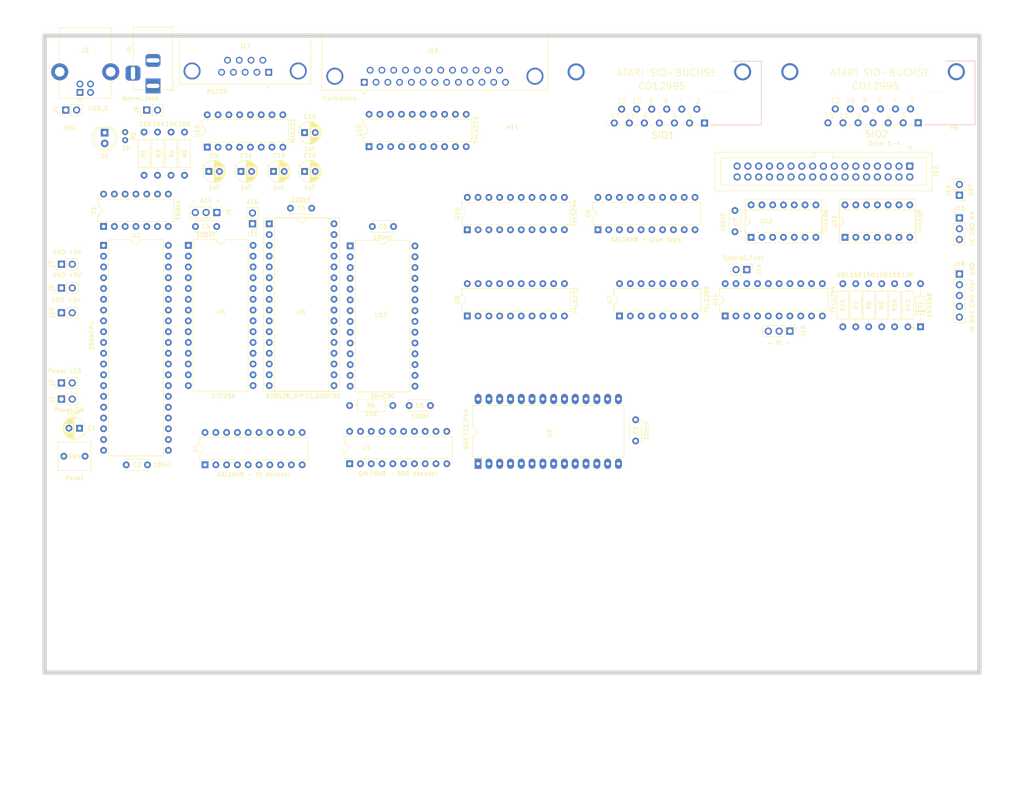
<source format=kicad_pcb>
(kicad_pcb (version 20211014) (generator pcbnew)
  (layers (0 "F.Cu" signal) (31 "B.Cu" signal) (34 "B.Paste" user) (35 "F.Paste" user) (36 "B.SilkS" user "B.Silkscreen") (37 "F.SilkS" user "F.Silkscreen") (38 "B.Mask" user) (39 "F.Mask" user) (44 "Edge.Cuts" user))
  (net 0 "")
  (net 1 "RES\\")
  (net 2 "GND")
  (net 3 "Net-(R1-Pad2)")
  (net 4 "Net-(D1-Pad2)")
  (net 5 "INT\\")
  (net 6 "+5V")
  (net 7 "NMI\\")
  (net 8 "WAIT\\")
  (net 9 "/A11")
  (net 10 "/A12")
  (net 11 "/A13")
  (net 12 "/A14")
  (net 13 "CLK4")
  (net 14 "/D4")
  (net 15 "/D3")
  (net 16 "/D5")
  (net 17 "/D6")
  (net 18 "/D2")
  (net 19 "/D7")
  (net 20 "/D0")
  (net 21 "/D1")
  (net 22 "ATDAT_OUT")
  (net 23 "MEMRQ\\")
  (net 24 "IORQ\\")
  (net 25 "RD\\")
  (net 26 "WR\\")
  (net 27 "SIOR\\")
  (net 28 "M1\\")
  (net 29 "RFSH\\")
  (net 30 "/A0")
  (net 31 "/A1")
  (net 32 "/A2")
  (net 33 "/A3")
  (net 34 "/A4")
  (net 35 "/A5")
  (net 36 "/A6")
  (net 37 "/A7")
  (net 38 "/A8")
  (net 39 "/A9")
  (net 40 "/A10")
  (net 41 "CLK16")
  (net 43 "RS232R\\")
  (net 44 "FDCCE\\")
  (net 45 "ROMENA\\")
  (net 46 "PRTR\\")
  (net 47 "ROMCE\\")
  (net 48 "CLK8")
  (net 49 "RS232_DTR")
  (net 50 "RS232_CTS")
  (net 51 "RS232_RI")
  (net 52 "DSEL4")
  (net 53 "DSKIP\\")
  (net 54 "DSEL1")
  (net 56 "HALT\\")
  (net 58 "DSEL2")
  (net 59 "DSEL3")
  (net 60 "MOTOR")
  (net 61 "BITW\\")
  (net 62 "DSKDIR\\")
  (net 64 "PRTW\\")
  (net 65 "DSKSTEP\\")
  (net 67 "ATDAT")
  (net 68 "TX")
  (net 69 "STROBE")
  (net 70 "CTS")
  (net 71 "CMDSIO")
  (net 72 "DSW\\")
  (net 74 "DSKWD\\")
  (net 75 "DSKWG\\")
  (net 76 "DSKTRK00\\")
  (net 77 "/A15")
  (net 78 "ACK")
  (net 79 "BUSY")
  (net 80 "PE")
  (net 81 "SEL")
  (net 82 "DSKWP\\")
  (net 83 "CTCCE")
  (net 85 "RAMCE\\")
  (net 87 "SIOOUT")
  (net 88 "SIOCMD")
  (net 89 "SIORDY")
  (net 90 "DSKRD\\")
  (net 91 "FDCRES")
  (net 92 "/IO/D0")
  (net 93 "/IO/D4")
  (net 94 "/IO/D5")
  (net 95 "SDDD\\")
  (net 96 "B\\S")
  (net 97 "/IO/D6")
  (net 98 "/IO/D7")
  (net 99 "SIDE")
  (net 100 "/IO/P0")
  (net 101 "/IO/P1")
  (net 102 "/IO/P2")
  (net 103 "/IO/P3")
  (net 104 "/IO/P4")
  (net 105 "/IO/P5")
  (net 106 "/IO/P6")
  (net 107 "/IO/P7")
  (net 108 "Net-(C9-Pad1)")
  (net 109 "Net-(C9-Pad2)")
  (net 110 "Net-(C11-Pad1)")
  (net 111 "Net-(C11-Pad2)")
  (net 112 "Net-(C12-Pad1)")
  (net 113 "Net-(C13-Pad2)")
  (net 114 "STROBE\\")
  (net 115 "RS232_RX")
  (net 116 "RS232_TX")
  (net 117 "FDCCLK")
  (net 118 "RX")
  (net 119 "WDRES\\")
  (net 120 "/IO/A0")
  (net 121 "/IO/A1")
  (net 122 "FDCRD")
  (net 123 "MO")
  (net 124 "/IO/D3")
  (net 125 "/IO/D1")
  (net 126 "TR00\\")
  (net 127 "RI")
  (net 128 "IP\\")
  (net 129 "WPRT\\")
  (net 130 "DRQ")
  (net 131 "/IO/D2")
  (net 132 "INTRQ")
  (net 135 "Net-(R6-Pad2)")
  (net 136 "RESC\\")
  (net 137 "Net-(U12-Pad1)")
  (net 138 "TO1")
  (net 139 "Net-(U12-Pad5)")
  (net 141 "Net-(U12-Pad9)")
  (net 146 "TRG0")
  (net 149 "Net-(U11-Pad11)")
  (net 150 "DTR")
  (net 151 "Net-(U11-Pad9)")
  (net 152 "Net-(U11-Pad5)")
  (net 153 "Net-(U11-Pad3)")
  (net 154 "Net-(U11-Pad1)")
  (net 158 "Net-(U13-Pad20)")
  (net 163 "A14IN")
  (net 164 "Net-(J1-Pad2)")
  (net 165 "Net-(J6-Pad1)")
  (net 166 "Net-(J6-Pad2)")
  (net 168 "Net-(J11-Pad1)")
  (net 169 "Net-(J12-Pad2)")
  (net 172 "Net-(J14-Pad1)")
  (net 174 "/SIO1")
  (net 175 "/SIO2")
  (net 176 "/SIO4")
  (net 177 "/SIO6")
  (net 178 "/SIO8")
  (net 179 "/SIO9")
  (net 180 "/SIO11")
  (net 181 "/SIO12")
  (net 182 "/SIO13")
  (net 183 "SIOIN")
  (footprint "LED_THT:LED_D5.0mm_IRGrey" (layer "F.Cu") (at 24.135 22.86 -90)
    (fp_text reference "D1" (at 5.588 0 180) (layer "F.SilkS"))
    (fp_text value "LD271" hide)
    (pad "1" thru_hole rect (at 0 0 270) (size 1.8 1.8) (drill 0.9) (layers *.Cu *.Mask) (net 2 "GND"))
    (pad "2" thru_hole circle (at 2.54 0 270) (size 1.8 1.8) (drill 0.9) (layers *.Cu *.Mask) (net 4 "Net-(D1-Pad2)"))
  )
  (footprint "Connector_PinHeader_2.54mm:PinHeader_1x02_P2.54mm_Vertical" (layer "F.Cu") (at 225.298 37.592 180)
    (fp_text reference "J13" (at 2.54 1.016 90) (layer "F.SilkS"))
    (fp_text value "OPT" (at -2.794 1.275 90) (layer "F.SilkS"))
    (pad "1" thru_hole rect (at 0 0 180) (size 1.7 1.7) (drill 1) (layers *.Cu *.Mask) (net 169 "Net-(J12-Pad2)"))
    (pad "2" thru_hole oval (at 0 2.54 180) (size 1.7 1.7) (drill 1) (layers *.Cu *.Mask) (net 2 "GND"))
  )
  (footprint "Connector_PinHeader_2.54mm:PinHeader_1x02_P2.54mm_Vertical" (layer "F.Cu") (at 13.965 65.278 90)
    (fp_text reference "J10" (at 0 -2.33 90) (layer "F.SilkS"))
    (fp_text value "GND +5V" (at 3.048 1.021) (layer "F.SilkS"))
    (pad "1" thru_hole rect (at 0 0 90) (size 1.7 1.7) (drill 1) (layers *.Cu *.Mask) (net 2 "GND"))
    (pad "2" thru_hole oval (at 0 2.54 90) (size 1.7 1.7) (drill 1) (layers *.Cu *.Mask) (net 6 "+5V"))
  )
  (footprint "Capacitor_THT:C_Disc_D5.0mm_W2.5mm_P5.00mm" (layer "F.Cu") (at 45.506 44.958)
    (fp_text reference "C4" (at 2.5 0) (layer "F.SilkS"))
    (fp_text value "100nF" (at 2.5 2.032) (layer "F.SilkS"))
    (pad "1" thru_hole circle (at 0 0) (size 1.6 1.6) (drill 0.8) (layers *.Cu *.Mask) (net 6 "+5V"))
    (pad "2" thru_hole circle (at 5 0) (size 1.6 1.6) (drill 0.8) (layers *.Cu *.Mask) (net 2 "GND"))
  )
  (footprint "Connector_USB:USB_B_Lumberg_2411_02_Horizontal" (layer "F.Cu") (at 18.308 13.3915 90)
    (fp_text reference "J3" (at 9.9625 1.25) (layer "F.SilkS"))
    (fp_text value "USB_B" (at -3.7535 4.298 180) (layer "F.SilkS"))
    (pad "1" thru_hole rect (at 0 0 180) (size 1.6 1.6) (drill 0.95) (layers *.Cu *.Mask) (net 164 "Net-(J1-Pad2)"))
    (pad "2" thru_hole circle (at 0 2.5 180) (size 1.6 1.6) (drill 0.95) (layers *.Cu *.Mask))
    (pad "3" thru_hole circle (at 2 2.5 180) (size 1.6 1.6) (drill 0.95) (layers *.Cu *.Mask))
    (pad "4" thru_hole circle (at 2 0 180) (size 1.6 1.6) (drill 0.95) (layers *.Cu *.Mask) (net 2 "GND"))
    (pad "5" thru_hole circle (at 4.86 -4.75 180) (size 4 4) (drill 2.3) (layers *.Cu *.Mask))
    (pad "5" thru_hole circle (at 4.86 7.25 180) (size 4 4) (drill 2.3) (layers *.Cu *.Mask))
  )
  (footprint "MountingHole:MountingHole_4.3mm_M4" (layer "F.Cu") (at 120.114 26.994)
    (fp_text reference "H11" (at 0 -5.3) (layer "F.SilkS"))
    (fp_text value "MountingHole")
    (pad "" np_thru_hole circle (at 0 0) (size 4.3 4.3) (drill 4.3) (layers *.Cu *.Mask))
  )
  (footprint "Package_DIP:DIP-14_W7.62mm_Socket" (layer "F.Cu") (at 176.271 47.498 90)
    (fp_text reference "U12" (at 3.81 3.561) (layer "F.SilkS"))
    (fp_text value "74LS06" (at 3.81 17.57 90) (layer "F.SilkS"))
    (pad "1" thru_hole rect (at 0 0 90) (size 1.6 1.6) (drill 0.8) (layers *.Cu *.Mask) (net 137 "Net-(U12-Pad1)"))
    (pad "2" thru_hole oval (at 0 2.54 90) (size 1.6 1.6) (drill 0.8) (layers *.Cu *.Mask) (net 62 "DSKDIR\\"))
    (pad "3" thru_hole oval (at 0 5.08 90) (size 1.6 1.6) (drill 0.8) (layers *.Cu *.Mask))
    (pad "4" thru_hole oval (at 0 7.62 90) (size 1.6 1.6) (drill 0.8) (layers *.Cu *.Mask) (net 65 "DSKSTEP\\"))
    (pad "5" thru_hole oval (at 0 10.16 90) (size 1.6 1.6) (drill 0.8) (layers *.Cu *.Mask) (net 139 "Net-(U12-Pad5)"))
    (pad "6" thru_hole oval (at 0 12.7 90) (size 1.6 1.6) (drill 0.8) (layers *.Cu *.Mask) (net 75 "DSKWG\\"))
    (pad "7" thru_hole oval (at 0 15.24 90) (size 1.6 1.6) (drill 0.8) (layers *.Cu *.Mask) (net 2 "GND"))
    (pad "8" thru_hole oval (at 7.62 15.24 90) (size 1.6 1.6) (drill 0.8) (layers *.Cu *.Mask) (net 74 "DSKWD\\"))
    (pad "9" thru_hole oval (at 7.62 12.7 90) (size 1.6 1.6) (drill 0.8) (layers *.Cu *.Mask) (net 141 "Net-(U12-Pad9)"))
    (pad "10" thru_hole oval (at 7.62 10.16 90) (size 1.6 1.6) (drill 0.8) (layers *.Cu *.Mask))
    (pad "11" thru_hole oval (at 7.62 7.62 90) (size 1.6 1.6) (drill 0.8) (layers *.Cu *.Mask))
    (pad "12" thru_hole oval (at 7.62 5.08 90) (size 1.6 1.6) (drill 0.8) (layers *.Cu *.Mask))
    (pad "13" thru_hole oval (at 7.62 2.54 90) (size 1.6 1.6) (drill 0.8) (layers *.Cu *.Mask))
    (pad "14" thru_hole oval (at 7.62 0 90) (size 1.6 1.6) (drill 0.8) (layers *.Cu *.Mask) (net 6 "+5V"))
  )
  (footprint "Connector_PinHeader_2.54mm:PinHeader_1x03_P2.54mm_Vertical" (layer "F.Cu") (at 50.546 41.656 -90)
    (fp_text reference "J9" (at 0.01 -2.819 -270) (layer "F.SilkS"))
    (fp_text value "- A14 +" (at -2.784 2.515) (layer "F.SilkS"))
    (pad "1" thru_hole rect (at 0 0 270) (size 1.7 1.7) (drill 1) (layers *.Cu *.Mask) (net 2 "GND"))
    (pad "2" thru_hole oval (at 0 2.54 270) (size 1.7 1.7) (drill 1) (layers *.Cu *.Mask) (net 163 "A14IN"))
    (pad "3" thru_hole oval (at 0 5.08 270) (size 1.7 1.7) (drill 1) (layers *.Cu *.Mask) (net 6 "+5V"))
  )
  (footprint "MountingHole:MountingHole_4.3mm_M4" (layer "F.Cu") (at 16 26.994)
    (fp_text reference "H10" (at 0 -5.3) (layer "F.SilkS"))
    (fp_text value "MountingHole")
    (pad "" np_thru_hole circle (at 0 0) (size 4.3 4.3) (drill 4.3) (layers *.Cu *.Mask))
  )
  (footprint "MountingHole:MountingHole_4.3mm_M4" (layer "F.Cu") (at 16 75)
    (fp_text reference "H2" hide)
    (fp_text value "MountingHole" hide)
    (pad "" np_thru_hole circle (at 0 0) (size 4.3 4.3) (drill 4.3) (layers *.Cu *.Mask))
  )
  (footprint "Connector_PinHeader_2.54mm:PinHeader_1x03_P2.54mm_Vertical" (layer "F.Cu") (at 225.298 42.941)
    (fp_text reference "J15" (at 0 -2.33) (layer "F.SilkS"))
    (fp_text value "TX GND RX" (at 3.048 2.525 90) (layer "F.SilkS"))
    (pad "1" thru_hole rect (at 0 0) (size 1.7 1.7) (drill 1) (layers *.Cu *.Mask) (net 118 "RX"))
    (pad "2" thru_hole oval (at 0 2.54) (size 1.7 1.7) (drill 1) (layers *.Cu *.Mask) (net 2 "GND"))
    (pad "3" thru_hole oval (at 0 5.08) (size 1.7 1.7) (drill 1) (layers *.Cu *.Mask) (net 68 "TX"))
  )
  (footprint "Resistor_THT:R_Axial_DIN0207_L6.3mm_D2.5mm_P10.16mm_Horizontal" (layer "F.Cu") (at 39.756 22.733 -90)
    (fp_text reference "R4" (at 5.08 -0.127 90) (layer "F.SilkS"))
    (fp_text value "10K" (at -1.905 -0.127 180) (layer "F.SilkS"))
    (pad "1" thru_hole circle (at 0 0 270) (size 1.6 1.6) (drill 0.8) (layers *.Cu *.Mask) (net 6 "+5V"))
    (pad "2" thru_hole oval (at 10.16 0 270) (size 1.6 1.6) (drill 0.8) (layers *.Cu *.Mask) (net 8 "WAIT\\"))
  )
  (footprint "MountingHole:MountingHole_4.3mm_M4" (layer "F.Cu") (at 109 75)
    (fp_text reference "H5" hide)
    (fp_text value "MountingHole" hide)
    (pad "" np_thru_hole circle (at 0 0) (size 4.3 4.3) (drill 4.3) (layers *.Cu *.Mask))
  )
  (footprint "Capacitor_THT:CP_Radial_D5.0mm_P2.50mm" (layer "F.Cu") (at 71.1899 22.85)
    (fp_text reference "C10" (at 1.25 -3.75) (layer "F.SilkS"))
    (fp_text value "1uF" (at 1.25 3.75) (layer "F.SilkS"))
    (pad "1" thru_hole rect (at 0 0) (size 1.6 1.6) (drill 0.8) (layers *.Cu *.Mask) (net 6 "+5V"))
    (pad "2" thru_hole circle (at 2.5 0) (size 1.6 1.6) (drill 0.8) (layers *.Cu *.Mask) (net 2 "GND"))
  )
  (footprint "Resistor_THT:R_Axial_DIN0207_L6.3mm_D2.5mm_P10.16mm_Horizontal" (layer "F.Cu") (at 33.406 22.733 -90)
    (fp_text reference "R1" (at 5.08 0.127 90) (layer "F.SilkS"))
    (fp_text value "10K" (at -1.905 -0.381 180) (layer "F.SilkS"))
    (pad "1" thru_hole circle (at 0 0 270) (size 1.6 1.6) (drill 0.8) (layers *.Cu *.Mask) (net 6 "+5V"))
    (pad "2" thru_hole oval (at 10.16 0 270) (size 1.6 1.6) (drill 0.8) (layers *.Cu *.Mask) (net 3 "Net-(R1-Pad2)"))
  )
  (footprint "Package_DIP:DIP-20_W7.62mm" (layer "F.Cu") (at 81.793 100.828 90)
    (fp_text reference "U3" (at 3.81 3.805 180) (layer "F.SilkS"))
    (fp_text value "GAL16V8 - ADR decoder" (at -2.296 11.425 180) (layer "F.SilkS"))
    (pad "1" thru_hole rect (at 0 0 90) (size 1.6 1.6) (drill 0.8) (layers *.Cu *.Mask) (net 41 "CLK16"))
    (pad "2" thru_hole oval (at 0 2.54 90) (size 1.6 1.6) (drill 0.8) (layers *.Cu *.Mask) (net 23 "MEMRQ\\"))
    (pad "3" thru_hole oval (at 0 5.08 90) (size 1.6 1.6) (drill 0.8) (layers *.Cu *.Mask) (net 45 "ROMENA\\"))
    (pad "4" thru_hole oval (at 0 7.62 90) (size 1.6 1.6) (drill 0.8) (layers *.Cu *.Mask) (net 77 "/A15"))
    (pad "5" thru_hole oval (at 0 10.16 90) (size 1.6 1.6) (drill 0.8) (layers *.Cu *.Mask) (net 91 "FDCRES"))
    (pad "6" thru_hole oval (at 0 12.7 90) (size 1.6 1.6) (drill 0.8) (layers *.Cu *.Mask) (net 1 "RES\\"))
    (pad "7" thru_hole oval (at 0 15.24 90) (size 1.6 1.6) (drill 0.8) (layers *.Cu *.Mask) (net 96 "B\\S"))
    (pad "8" thru_hole oval (at 0 17.78 90) (size 1.6 1.6) (drill 0.8) (layers *.Cu *.Mask) (net 69 "STROBE"))
    (pad "9" thru_hole oval (at 0 20.32 90) (size 1.6 1.6) (drill 0.8) (layers *.Cu *.Mask))
    (pad "10" thru_hole oval (at 0 22.86 90) (size 1.6 1.6) (drill 0.8) (layers *.Cu *.Mask) (net 2 "GND"))
    (pad "11" thru_hole oval (at 7.62 22.86 90) (size 1.6 1.6) (drill 0.8) (layers *.Cu *.Mask))
    (pad "12" thru_hole oval (at 7.62 20.32 90) (size 1.6 1.6) (drill 0.8) (layers *.Cu *.Mask) (net 136 "RESC\\"))
    (pad "13" thru_hole oval (at 7.62 17.78 90) (size 1.6 1.6) (drill 0.8) (layers *.Cu *.Mask) (net 114 "STROBE\\"))
    (pad "14" thru_hole oval (at 7.62 15.24 90) (size 1.6 1.6) (drill 0.8) (layers *.Cu *.Mask) (net 117 "FDCCLK"))
    (pad "15" thru_hole oval (at 7.62 12.7 90) (size 1.6 1.6) (drill 0.8) (layers *.Cu *.Mask) (net 119 "WDRES\\"))
    (pad "16" thru_hole oval (at 7.62 10.16 90) (size 1.6 1.6) (drill 0.8) (layers *.Cu *.Mask) (net 47 "ROMCE\\"))
    (pad "17" thru_hole oval (at 7.62 7.62 90) (size 1.6 1.6) (drill 0.8) (layers *.Cu *.Mask) (net 85 "RAMCE\\"))
    (pad "18" thru_hole oval (at 7.62 5.08 90) (size 1.6 1.6) (drill 0.8) (layers *.Cu *.Mask) (net 13 "CLK4"))
    (pad "19" thru_hole oval (at 7.62 2.54 90) (size 1.6 1.6) (drill 0.8) (layers *.Cu *.Mask) (net 48 "CLK8"))
    (pad "20" thru_hole oval (at 7.62 0 90) (size 1.6 1.6) (drill 0.8) (layers *.Cu *.Mask) (net 6 "+5V"))
  )
  (footprint "Package_DIP:DIP-20_W7.62mm" (layer "F.Cu") (at 109.479 66.03 90)
    (fp_text reference "U8" (at 3.81 -2.33 90) (layer "F.SilkS"))
    (fp_text value "74LS273" (at 3.556 25.4 90) (layer "F.SilkS"))
    (pad "1" thru_hole rect (at 0 0 90) (size 1.6 1.6) (drill 0.8) (layers *.Cu *.Mask) (net 136 "RESC\\"))
    (pad "2" thru_hole oval (at 0 2.54 90) (size 1.6 1.6) (drill 0.8) (layers *.Cu *.Mask) (net 154 "Net-(U11-Pad1)"))
    (pad "3" thru_hole oval (at 0 5.08 90) (size 1.6 1.6) (drill 0.8) (layers *.Cu *.Mask) (net 92 "/IO/D0"))
    (pad "4" thru_hole oval (at 0 7.62 90) (size 1.6 1.6) (drill 0.8) (layers *.Cu *.Mask) (net 125 "/IO/D1"))
    (pad "5" thru_hole oval (at 0 10.16 90) (size 1.6 1.6) (drill 0.8) (layers *.Cu *.Mask) (net 91 "FDCRES"))
    (pad "6" thru_hole oval (at 0 12.7 90) (size 1.6 1.6) (drill 0.8) (layers *.Cu *.Mask) (net 95 "SDDD\\"))
    (pad "7" thru_hole oval (at 0 15.24 90) (size 1.6 1.6) (drill 0.8) (layers *.Cu *.Mask) (net 131 "/IO/D2"))
    (pad "8" thru_hole oval (at 0 17.78 90) (size 1.6 1.6) (drill 0.8) (layers *.Cu *.Mask) (net 124 "/IO/D3"))
    (pad "9" thru_hole oval (at 0 20.32 90) (size 1.6 1.6) (drill 0.8) (layers *.Cu *.Mask) (net 153 "Net-(U11-Pad3)"))
    (pad "10" thru_hole oval (at 0 22.86 90) (size 1.6 1.6) (drill 0.8) (layers *.Cu *.Mask) (net 2 "GND"))
    (pad "11" thru_hole oval (at 7.62 22.86 90) (size 1.6 1.6) (drill 0.8) (layers *.Cu *.Mask) (net 72 "DSW\\"))
    (pad "12" thru_hole oval (at 7.62 20.32 90) (size 1.6 1.6) (drill 0.8) (layers *.Cu *.Mask) (net 96 "B\\S"))
    (pad "13" thru_hole oval (at 7.62 17.78 90) (size 1.6 1.6) (drill 0.8) (layers *.Cu *.Mask) (net 93 "/IO/D4"))
    (pad "14" thru_hole oval (at 7.62 15.24 90) (size 1.6 1.6) (drill 0.8) (layers *.Cu *.Mask) (net 94 "/IO/D5"))
    (pad "15" thru_hole oval (at 7.62 12.7 90) (size 1.6 1.6) (drill 0.8) (layers *.Cu *.Mask) (net 152 "Net-(U11-Pad5)"))
    (pad "16" thru_hole oval (at 7.62 10.16 90) (size 1.6 1.6) (drill 0.8) (layers *.Cu *.Mask) (net 151 "Net-(U11-Pad9)"))
    (pad "17" thru_hole oval (at 7.62 7.62 90) (size 1.6 1.6) (drill 0.8) (layers *.Cu *.Mask) (net 97 "/IO/D6"))
    (pad "18" thru_hole oval (at 7.62 5.08 90) (size 1.6 1.6) (drill 0.8) (layers *.Cu *.Mask) (net 98 "/IO/D7"))
    (pad "19" thru_hole oval (at 7.62 2.54 90) (size 1.6 1.6) (drill 0.8) (layers *.Cu *.Mask) (net 149 "Net-(U11-Pad11)"))
    (pad "20" thru_hole oval (at 7.62 0 90) (size 1.6 1.6) (drill 0.8) (layers *.Cu *.Mask) (net 6 "+5V"))
  )
  (footprint "MountingHole:MountingHole_4.3mm_M4" (layer "F.Cu") (at 16 145)
    (fp_text reference "H7" hide)
    (fp_text value "MountingHole" hide)
    (pad "" np_thru_hole circle (at 0 0) (size 4.3 4.3) (drill 4.3) (layers *.Cu *.Mask))
  )
  (footprint "Package_DIP:DIP-20_W7.62mm" (layer "F.Cu") (at 170.171 66.03 90)
    (fp_text reference "U14" (at 3.81 -2.33 90) (layer "F.SilkS"))
    (fp_text value "74LS244" (at 3.81 25.4 90) (layer "F.SilkS"))
    (pad "1" thru_hole rect (at 0 0 90) (size 1.6 1.6) (drill 0.8) (layers *.Cu *.Mask) (net 43 "RS232R\\"))
    (pad "2" thru_hole oval (at 0 2.54 90) (size 1.6 1.6) (drill 0.8) (layers *.Cu *.Mask) (net 118 "RX"))
    (pad "3" thru_hole oval (at 0 5.08 90) (size 1.6 1.6) (drill 0.8) (layers *.Cu *.Mask) (net 122 "FDCRD"))
    (pad "4" thru_hole oval (at 0 7.62 90) (size 1.6 1.6) (drill 0.8) (layers *.Cu *.Mask) (net 172 "Net-(J14-Pad1)"))
    (pad "5" thru_hole oval (at 0 10.16 90) (size 1.6 1.6) (drill 0.8) (layers *.Cu *.Mask) (net 129 "WPRT\\"))
    (pad "6" thru_hole oval (at 0 12.7 90) (size 1.6 1.6) (drill 0.8) (layers *.Cu *.Mask) (net 127 "RI"))
    (pad "7" thru_hole oval (at 0 15.24 90) (size 1.6 1.6) (drill 0.8) (layers *.Cu *.Mask) (net 126 "TR00\\"))
    (pad "8" thru_hole oval (at 0 17.78 90) (size 1.6 1.6) (drill 0.8) (layers *.Cu *.Mask) (net 70 "CTS"))
    (pad "9" thru_hole oval (at 0 20.32 90) (size 1.6 1.6) (drill 0.8) (layers *.Cu *.Mask) (net 128 "IP\\"))
    (pad "10" thru_hole oval (at 0 22.86 90) (size 1.6 1.6) (drill 0.8) (layers *.Cu *.Mask) (net 2 "GND"))
    (pad "11" thru_hole oval (at 7.62 22.86 90) (size 1.6 1.6) (drill 0.8) (layers *.Cu *.Mask) (net 53 "DSKIP\\"))
    (pad "12" thru_hole oval (at 7.62 20.32 90) (size 1.6 1.6) (drill 0.8) (layers *.Cu *.Mask) (net 125 "/IO/D1"))
    (pad "13" thru_hole oval (at 7.62 17.78 90) (size 1.6 1.6) (drill 0.8) (layers *.Cu *.Mask) (net 76 "DSKTRK00\\"))
    (pad "14" thru_hole oval (at 7.62 15.24 90) (size 1.6 1.6) (drill 0.8) (layers *.Cu *.Mask) (net 131 "/IO/D2"))
    (pad "15" thru_hole oval (at 7.62 12.7 90) (size 1.6 1.6) (drill 0.8) (layers *.Cu *.Mask) (net 82 "DSKWP\\"))
    (pad "16" thru_hole oval (at 7.62 10.16 90) (size 1.6 1.6) (drill 0.8) (layers *.Cu *.Mask) (net 124 "/IO/D3"))
    (pad "17" thru_hole oval (at 7.62 7.62 90) (size 1.6 1.6) (drill 0.8) (layers *.Cu *.Mask) (net 90 "DSKRD\\"))
    (pad "18" thru_hole oval (at 7.62 5.08 90) (size 1.6 1.6) (drill 0.8) (layers *.Cu *.Mask) (net 98 "/IO/D7"))
    (pad "19" thru_hole oval (at 7.62 2.54 90) (size 1.6 1.6) (drill 0.8) (layers *.Cu *.Mask) (net 2 "GND"))
    (pad "20" thru_hole oval (at 7.62 0 90) (size 1.6 1.6) (drill 0.8) (layers *.Cu *.Mask) (net 6 "+5V"))
  )
  (footprint "Package_DIP:DIP-20_W7.62mm" (layer "F.Cu") (at 47.757 101.082 90)
    (fp_text reference "U1" (at 3.81 -2.33 90) (layer "F.SilkS"))
    (fp_text value "GAL16V8 - IO decoder" (at -2.296 11.425 180) (layer "F.SilkS"))
    (pad "1" thru_hole rect (at 0 0 90) (size 1.6 1.6) (drill 0.8) (layers *.Cu *.Mask) (net 34 "/A4"))
    (pad "2" thru_hole oval (at 0 2.54 90) (size 1.6 1.6) (drill 0.8) (layers *.Cu *.Mask) (net 35 "/A5"))
    (pad "3" thru_hole oval (at 0 5.08 90) (size 1.6 1.6) (drill 0.8) (layers *.Cu *.Mask) (net 36 "/A6"))
    (pad "4" thru_hole oval (at 0 7.62 90) (size 1.6 1.6) (drill 0.8) (layers *.Cu *.Mask) (net 37 "/A7"))
    (pad "5" thru_hole oval (at 0 10.16 90) (size 1.6 1.6) (drill 0.8) (layers *.Cu *.Mask) (net 24 "IORQ\\"))
    (pad "6" thru_hole oval (at 0 12.7 90) (size 1.6 1.6) (drill 0.8) (layers *.Cu *.Mask) (net 25 "RD\\"))
    (pad "7" thru_hole oval (at 0 15.24 90) (size 1.6 1.6) (drill 0.8) (layers *.Cu *.Mask) (net 26 "WR\\"))
    (pad "8" thru_hole oval (at 0 17.78 90) (size 1.6 1.6) (drill 0.8) (layers *.Cu *.Mask))
    (pad "9" thru_hole oval (at 0 20.32 90) (size 1.6 1.6) (drill 0.8) (layers *.Cu *.Mask))
    (pad "10" thru_hole oval (at 0 22.86 90) (size 1.6 1.6) (drill 0.8) (layers *.Cu *.Mask) (net 2 "GND"))
    (pad "11" thru_hole oval (at 7.62 22.86 90) (size 1.6 1.6) (drill 0.8) (layers *.Cu *.Mask))
    (pad "12" thru_hole oval (at 7.62 20.32 90) (size 1.6 1.6) (drill 0.8) (layers *.Cu *.Mask) (net 27 "SIOR\\"))
    (pad "13" thru_hole oval (at 7.62 17.78 90) (size 1.6 1.6) (drill 0.8) (layers *.Cu *.Mask) (net 43 "RS232R\\"))
    (pad "14" thru_hole oval (at 7.62 15.24 90) (size 1.6 1.6) (drill 0.8) (layers *.Cu *.Mask) (net 61 "BITW\\"))
    (pad "15" thru_hole oval (at 7.62 12.7 90) (size 1.6 1.6) (drill 0.8) (layers *.Cu *.Mask) (net 72 "DSW\\"))
    (pad "16" thru_hole oval (at 7.62 10.16 90) (size 1.6 1.6) (drill 0.8) (layers *.Cu *.Mask) (net 83 "CTCCE"))
    (pad "17" thru_hole oval (at 7.62 7.62 90) (size 1.6 1.6) (drill 0.8) (layers *.Cu *.Mask) (net 44 "FDCCE\\"))
    (pad "18" thru_hole oval (at 7.62 5.08 90) (size 1.6 1.6) (drill 0.8) (layers *.Cu *.Mask) (net 64 "PRTW\\"))
    (pad "19" thru_hole oval (at 7.62 2.54 90) (size 1.6 1.6) (drill 0.8) (layers *.Cu *.Mask) (net 46 "PRTR\\"))
    (pad "20" thru_hole oval (at 7.62 0 90) (size 1.6 1.6) (drill 0.8) (layers *.Cu *.Mask) (net 6 "+5V"))
  )
  (footprint "Package_DIP:DIP-20_W7.62mm" (layer "F.Cu") (at 109.474 45.72 90)
    (fp_text reference "U16" (at 3.81 -2.33 90) (layer "F.SilkS"))
    (fp_text value "74LS244" (at 3.81 25.19 90) (layer "F.SilkS"))
    (pad "1" thru_hole rect (at 0 0 90) (size 1.6 1.6) (drill 0.8) (layers *.Cu *.Mask) (net 27 "SIOR\\"))
    (pad "2" thru_hole oval (at 0 2.54 90) (size 1.6 1.6) (drill 0.8) (layers *.Cu *.Mask) (net 87 "SIOOUT"))
    (pad "3" thru_hole oval (at 0 5.08 90) (size 1.6 1.6) (drill 0.8) (layers *.Cu *.Mask) (net 98 "/IO/D7"))
    (pad "4" thru_hole oval (at 0 7.62 90) (size 1.6 1.6) (drill 0.8) (layers *.Cu *.Mask) (net 88 "SIOCMD"))
    (pad "5" thru_hole oval (at 0 10.16 90) (size 1.6 1.6) (drill 0.8) (layers *.Cu *.Mask) (net 97 "/IO/D6"))
    (pad "6" thru_hole oval (at 0 12.7 90) (size 1.6 1.6) (drill 0.8) (layers *.Cu *.Mask))
    (pad "7" thru_hole oval (at 0 15.24 90) (size 1.6 1.6) (drill 0.8) (layers *.Cu *.Mask) (net 94 "/IO/D5"))
    (pad "8" thru_hole oval (at 0 17.78 90) (size 1.6 1.6) (drill 0.8) (layers *.Cu *.Mask) (net 89 "SIORDY"))
    (pad "9" thru_hole oval (at 0 20.32 90) (size 1.6 1.6) (drill 0.8) (layers *.Cu *.Mask) (net 93 "/IO/D4"))
    (pad "10" thru_hole oval (at 0 22.86 90) (size 1.6 1.6) (drill 0.8) (layers *.Cu *.Mask) (net 2 "GND"))
    (pad "11" thru_hole oval (at 7.62 22.86 90) (size 1.6 1.6) (drill 0.8) (layers *.Cu *.Mask) (net 78 "ACK"))
    (pad "12" thru_hole oval (at 7.62 20.32 90) (size 1.6 1.6) (drill 0.8) (layers *.Cu *.Mask) (net 124 "/IO/D3"))
    (pad "13" thru_hole oval (at 7.62 17.78 90) (size 1.6 1.6) (drill 0.8) (layers *.Cu *.Mask) (net 81 "SEL"))
    (pad "14" thru_hole oval (at 7.62 15.24 90) (size 1.6 1.6) (drill 0.8) (layers *.Cu *.Mask))
    (pad "15" thru_hole oval (at 7.62 12.7 90) (size 1.6 1.6) (drill 0.8) (layers *.Cu *.Mask) (net 80 "PE"))
    (pad "16" thru_hole oval (at 7.62 10.16 90) (size 1.6 1.6) (drill 0.8) (layers *.Cu *.Mask) (net 125 "/IO/D1"))
    (pad "17" thru_hole oval (at 7.62 7.62 90) (size 1.6 1.6) (drill 0.8) (layers *.Cu *.Mask) (net 79 "BUSY"))
    (pad "18" thru_hole oval (at 7.62 5.08 90) (size 1.6 1.6) (drill 0.8) (layers *.Cu *.Mask) (net 98 "/IO/D7"))
    (pad "19" thru_hole oval (at 7.62 2.54 90) (size 1.6 1.6) (drill 0.8) (layers *.Cu *.Mask) (net 46 "PRTR\\"))
    (pad "20" thru_hole oval (at 7.62 0 90) (size 1.6 1.6) (drill 0.8) (layers *.Cu *.Mask) (net 6 "+5V"))
  )
  (footprint "MountingHole:MountingHole_4.3mm_M4" (layer "F.Cu") (at 224 145)
    (fp_text reference "H6" hide)
    (fp_text value "MountingHole" hide)
    (pad "" np_thru_hole circle (at 0 0) (size 4.3 4.3) (drill 4.3) (layers *.Cu *.Mask))
  )
  (footprint "TF_Atari:SIO" (layer "F.Cu") (at 154.686 16.0407)
    (fp_text reference "SIO1" (at -2.032 8.3433) (layer "F.SilkS") (effects (font (size 1.6002 1.6002) (thickness 0.1778)) (justify left bottom)))
    (fp_text value "SIO 1")
    (fp_text user "6" (at 1 0) (layer "F.SilkS") (effects (font (size 1.1684 1.1684) (thickness 0.1016)) (justify left bottom)))
    (fp_text user "2" (at 8.5 0) (layer "F.SilkS") (effects (font (size 1.1684 1.1684) (thickness 0.1016)) (justify left bottom)))
    (fp_text user "10" (at -6.5 0) (layer "F.SilkS") (effects (font (size 1.1684 1.1684) (thickness 0.1016)) (justify left bottom)))
    (fp_text user "3" (at 6.5 3.5) (layer "F.SilkS") (effects (font (size 1.1684 1.1684) (thickness 0.1016)) (justify left bottom)))
    (fp_text user "9" (at -4 3.5) (layer "F.SilkS") (effects (font (size 1.1684 1.1684) (thickness 0.1016)) (justify left bottom)))
    (fp_text user "4" (at 4.5 0) (layer "F.SilkS") (effects (font (size 1.1684 1.1684) (thickness 0.1016)) (justify left bottom)))
    (fp_text user "ATARI SIO-BUCHSE" (at -10.16 -6.35) (layer "F.SilkS") (effects (font (size 1.63576 1.63576) (thickness 0.14224)) (justify left bottom)))
    (fp_text user "1" (at 10 3.5) (layer "F.SilkS") (effects (font (size 1.1684 1.1684) (thickness 0.1016)) (justify left bottom)))
    (fp_text user "7" (at -0.5 3.5) (layer "F.SilkS") (effects (font (size 1.1684 1.1684) (thickness 0.1016)) (justify left bottom)))
    (fp_text user "13" (at -11.5 3.5) (layer "F.SilkS") (effects (font (size 1.1684 1.1684) (thickness 0.1016)) (justify left bottom)))
    (fp_text user "CO12995" (at -5.08 -3.175) (layer "F.SilkS") (effects (font (size 1.63576 1.63576) (thickness 0.14224)) (justify left bottom)))
    (fp_text user "5" (at 3 3.5) (layer "F.SilkS") (effects (font (size 1.1684 1.1684) (thickness 0.1016)) (justify left bottom)))
    (fp_text user "12" (at -10 0) (layer "F.SilkS") (effects (font (size 1.1684 1.1684) (thickness 0.1016)) (justify left bottom)))
    (fp_text user "(C)04/2008 MEGA-HZ" (at 11.7475 -2.54) (layer "F.SilkS") (effects (font (size 0.280416 0.280416) (thickness 0.024384)) (justify left bottom)))
    (fp_text user "11" (at -8 3.5) (layer "F.SilkS") (effects (font (size 1.1684 1.1684) (thickness 0.1016)) (justify left bottom)))
    (fp_text user "8" (at -2.5 0) (layer "F.SilkS") (effects (font (size 1.1684 1.1684) (thickness 0.1016)) (justify left bottom)))
    (pad "" np_thru_hole circle (at -19.595 -7.5) (size 3 3) (drill 3) (layers *.Cu *.Mask))
    (pad "" np_thru_hole circle (at 19.595 -7.5) (size 3 3) (drill 3) (layers *.Cu *.Mask))
    (pad "AUDIO" thru_hole circle (at -7.08 4.54) (size 1.6764 1.6764) (drill 0.9) (layers *.Cu *.Mask) (net 180 "/SIO11"))
    (pad "CIN" thru_hole rect (at 10.62 4.54) (size 1.6764 1.6764) (drill 0.9) (layers *.Cu *.Mask) (net 174 "/SIO1"))
    (pad "COMM" thru_hole circle (at 0 4.54) (size 1.6764 1.6764) (drill 0.9) (layers *.Cu *.Mask) (net 88 "SIOCMD"))
    (pad "COUT" thru_hole circle (at 8.81 1.27) (size 1.6764 1.6764) (drill 0.9) (layers *.Cu *.Mask) (net 175 "/SIO2"))
    (pad "DIN" thru_hole circle (at 7.08 4.54) (size 1.6764 1.6764) (drill 0.9) (layers *.Cu *.Mask) (net 183 "SIOIN"))
    (pad "DOUT" thru_hole circle (at 3.54 4.54) (size 1.6764 1.6764) (drill 0.9) (layers *.Cu *.Mask) (net 87 "SIOOUT"))
    (pad "GND" thru_hole circle (at 5.27 1.27) (size 1.6764 1.6764) (drill 0.9) (layers *.Cu *.Mask) (net 176 "/SIO4"))
    (pad "GND1" thru_hole circle (at 1.73 1.27) (size 1.6764 1.6764) (drill 0.9) (layers *.Cu *.Mask) (net 177 "/SIO6"))
    (pad "GND2" thru_hole circle (at -19.595 -7.5) (size 4 4) (drill 3) (layers *.Cu *.Mask))
    (pad "GND3" thru_hole circle (at 19.595 -7.5) (size 4 4) (drill 3) (layers *.Cu *.Mask))
    (pad "IRQ" thru_hole circle (at -10.62 4.54) (size 1.6764 1.6764) (drill 0.9) (layers *.Cu *.Mask) (net 182 "/SIO13"))
    (pad "MOTOR" thru_hole circle (at -1.81 1.27) (size 1.6764 1.6764) (drill 0.9) (layers *.Cu *.Mask) (net 178 "/SIO8"))
    (pad "NC" thru_hole circle (at -8.89 1.27) (size 1.6764 1.6764) (drill 0.9) (layers *.Cu *.Mask) (net 181 "/SIO12"))
    (pad "PROC" thru_hole circle (at -3.54 4.54) (size 1.6764 1.6764) (drill 0.9) (layers *.Cu *.Mask) (net 179 "/SIO9"))
    (pad "VCC" thru_hole circle (at -5.35 1.27) (size 1.6764 1.6764) (drill 0.9) (layers *.Cu *.Mask) (net 89 "SIORDY"))
  )
  (footprint "Package_DIP:DIP-28_W15.24mm_LongPads" (layer "F.Cu") (at 112.024 100.818 90)
    (fp_text reference "U9" (at 7.112 16.764 90) (layer "F.SilkS"))
    (fp_text value "WD1772_PHY" (at 8.108 -2.804 90) (layer "F.SilkS"))
    (pad "1" thru_hole rect (at 0 0 90) (size 2.4 1.6) (drill 0.8) (layers *.Cu *.Mask) (net 44 "FDCCE\\"))
    (pad "2" thru_hole oval (at 0 2.54 90) (size 2.4 1.6) (drill 0.8) (layers *.Cu *.Mask) (net 26 "WR\\"))
    (pad "3" thru_hole oval (at 0 5.08 90) (size 2.4 1.6) (drill 0.8) (layers *.Cu *.Mask) (net 120 "/IO/A0"))
    (pad "4" thru_hole oval (at 0 7.62 90) (size 2.4 1.6) (drill 0.8) (layers *.Cu *.Mask) (net 121 "/IO/A1"))
    (pad "5" thru_hole oval (at 0 10.16 90) (size 2.4 1.6) (drill 0.8) (layers *.Cu *.Mask) (net 92 "/IO/D0"))
    (pad "6" thru_hole oval (at 0 12.7 90) (size 2.4 1.6) (drill 0.8) (layers *.Cu *.Mask) (net 125 "/IO/D1"))
    (pad "7" thru_hole oval (at 0 15.24 90) (size 2.4 1.6) (drill 0.8) (layers *.Cu *.Mask) (net 131 "/IO/D2"))
    (pad "8" thru_hole oval (at 0 17.78 90) (size 2.4 1.6) (drill 0.8) (layers *.Cu *.Mask) (net 124 "/IO/D3"))
    (pad "9" thru_hole oval (at 0 20.32 90) (size 2.4 1.6) (drill 0.8) (layers *.Cu *.Mask) (net 93 "/IO/D4"))
    (pad "10" thru_hole oval (at 0 22.86 90) (size 2.4 1.6) (drill 0.8) (layers *.Cu *.Mask) (net 94 "/IO/D5"))
    (pad "11" thru_hole oval (at 0 25.4 90) (size 2.4 1.6) (drill 0.8) (layers *.Cu *.Mask) (net 97 "/IO/D6"))
    (pad "12" thru_hole oval (at 0 27.94 90) (size 2.4 1.6) (drill 0.8) (layers *.Cu *.Mask) (net 98 "/IO/D7"))
    (pad "13" thru_hole oval (at 0 30.48 90) (size 2.4 1.6) (drill 0.8) (layers *.Cu *.Mask) (net 119 "WDRES\\"))
    (pad "14" thru_hole oval (at 0 33.02 90) (size 2.4 1.6) (drill 0.8) (layers *.Cu *.Mask) (net 2 "GND"))
    (pad "15" thru_hole oval (at 15.24 33.02 90) (size 2.4 1.6) (drill 0.8) (layers *.Cu *.Mask) (net 6 "+5V"))
    (pad "16" thru_hole oval (at 15.24 30.48 90) (size 2.4 1.6) (drill 0.8) (layers *.Cu *.Mask))
    (pad "17" thru_hole oval (at 15.24 27.94 90) (size 2.4 1.6) (drill 0.8) (layers *.Cu *.Mask) (net 137 "Net-(U12-Pad1)"))
    (pad "18" thru_hole oval (at 15.24 25.4 90) (size 2.4 1.6) (drill 0.8) (layers *.Cu *.Mask) (net 117 "FDCCLK"))
    (pad "19" thru_hole oval (at 15.24 22.86 90) (size 2.4 1.6) (drill 0.8) (layers *.Cu *.Mask) (net 122 "FDCRD"))
    (pad "20" thru_hole oval (at 15.24 20.32 90) (size 2.4 1.6) (drill 0.8) (layers *.Cu *.Mask) (net 123 "MO"))
    (pad "21" thru_hole oval (at 15.24 17.78 90) (size 2.4 1.6) (drill 0.8) (layers *.Cu *.Mask) (net 139 "Net-(U12-Pad5)"))
    (pad "22" thru_hole oval (at 15.24 15.24 90) (size 2.4 1.6) (drill 0.8) (layers *.Cu *.Mask) (net 141 "Net-(U12-Pad9)"))
    (pad "23" thru_hole oval (at 15.24 12.7 90) (size 2.4 1.6) (drill 0.8) (layers *.Cu *.Mask) (net 126 "TR00\\"))
    (pad "24" thru_hole oval (at 15.24 10.16 90) (size 2.4 1.6) (drill 0.8) (layers *.Cu *.Mask) (net 128 "IP\\"))
    (pad "25" thru_hole oval (at 15.24 7.62 90) (size 2.4 1.6) (drill 0.8) (layers *.Cu *.Mask) (net 129 "WPRT\\"))
    (pad "26" thru_hole oval (at 15.24 5.08 90) (size 2.4 1.6) (drill 0.8) (layers *.Cu *.Mask) (net 95 "SDDD\\"))
    (pad "27" thru_hole oval (at 15.24 2.54 90) (size 2.4 1.6) (drill 0.8) (layers *.Cu *.Mask) (net 130 "DRQ"))
    (pad "28" thru_hole oval (at 15.24 0 90) (size 2.4 1.6) (drill 0.8) (layers *.Cu *.Mask) (net 132 "INTRQ"))
  )
  (footprint "Capacitor_THT:CP_Radial_D5.0mm_P2.50mm" (layer "F.Cu") (at 48.6488 31.994)
    (fp_text reference "C9" (at 1.25 -3.75) (layer "F.SilkS"))
    (fp_text value "1uF" (at 1.25 3.75) (layer "F.SilkS"))
    (pad "1" thru_hole rect (at 0 0) (size 1.6 1.6) (drill 0.8) (layers *.Cu *.Mask) (net 108 "Net-(C9-Pad1)"))
    (pad "2" thru_hole circle (at 2.5 0) (size 1.6 1.6) (drill 0.8) (layers *.Cu *.Mask) (net 109 "Net-(C9-Pad2)"))
  )
  (footprint "Resistor_THT:R_Axial_DIN0204_L3.6mm_D1.6mm_P1.90mm_Vertical" (layer "F.Cu") (at 28.961 22.733 -90)
    (fp_text reference "R2" (at 0.95 -1.92 90) (layer "F.SilkS"))
    (fp_text value "1K" (at 3.683 -0.254 180) (layer "F.SilkS"))
    (pad "1" thru_hole circle (at 0 0 270) (size 1.4 1.4) (drill 0.7) (layers *.Cu *.Mask) (net 6 "+5V"))
    (pad "2" thru_hole oval (at 1.9 0 270) (size 1.4 1.4) (drill 0.7) (layers *.Cu *.Mask) (net 4 "Net-(D1-Pad2)"))
  )
  (footprint "Package_DIP:DIP-32_W15.24mm_Socket" (layer "F.Cu") (at 62.865 44.323)
    (fp_text reference "U5" (at 7.498 20.701) (layer "F.SilkS"))
    (fp_text value "628128_DIP32_SSOP32" (at 8.006 40.513) (layer "F.SilkS"))
    (pad "1" thru_hole rect (at 0 0) (size 1.6 1.6) (drill 0.8) (layers *.Cu *.Mask))
    (pad "2" thru_hole oval (at 0 2.54) (size 1.6 1.6) (drill 0.8) (layers *.Cu *.Mask) (net 168 "Net-(J11-Pad1)"))
    (pad "3" thru_hole oval (at 0 5.08) (size 1.6 1.6) (drill 0.8) (layers *.Cu *.Mask) (net 12 "/A14"))
    (pad "4" thru_hole oval (at 0 7.62) (size 1.6 1.6) (drill 0.8) (layers *.Cu *.Mask) (net 10 "/A12"))
    (pad "5" thru_hole oval (at 0 10.16) (size 1.6 1.6) (drill 0.8) (layers *.Cu *.Mask) (net 37 "/A7"))
    (pad "6" thru_hole oval (at 0 12.7) (size 1.6 1.6) (drill 0.8) (layers *.Cu *.Mask) (net 36 "/A6"))
    (pad "7" thru_hole oval (at 0 15.24) (size 1.6 1.6) (drill 0.8) (layers *.Cu *.Mask) (net 35 "/A5"))
    (pad "8" thru_hole oval (at 0 17.78) (size 1.6 1.6) (drill 0.8) (layers *.Cu *.Mask) (net 34 "/A4"))
    (pad "9" thru_hole oval (at 0 20.32) (size 1.6 1.6) (drill 0.8) (layers *.Cu *.Mask) (net 33 "/A3"))
    (pad "10" thru_hole oval (at 0 22.86) (size 1.6 1.6) (drill 0.8) (layers *.Cu *.Mask) (net 32 "/A2"))
    (pad "11" thru_hole oval (at 0 25.4) (size 1.6 1.6) (drill 0.8) (layers *.Cu *.Mask) (net 31 "/A1"))
    (pad "12" thru_hole oval (at 0 27.94) (size 1.6 1.6) (drill 0.8) (layers *.Cu *.Mask) (net 30 "/A0"))
    (pad "13" thru_hole oval (at 0 30.48) (size 1.6 1.6) (drill 0.8) (layers *.Cu *.Mask) (net 20 "/D0"))
    (pad "14" thru_hole oval (at 0 33.02) (size 1.6 1.6) (drill 0.8) (layers *.Cu *.Mask) (net 21 "/D1"))
    (pad "15" thru_hole oval (at 0 35.56) (size 1.6 1.6) (drill 0.8) (layers *.Cu *.Mask) (net 18 "/D2"))
    (pad "16" thru_hole oval (at 0 38.1) (size 1.6 1.6) (drill 0.8) (layers *.Cu *.Mask) (net 2 "GND"))
    (pad "17" thru_hole oval (at 15.24 38.1) (size 1.6 1.6) (drill 0.8) (layers *.Cu *.Mask) (net 15 "/D3"))
    (pad "18" thru_hole oval (at 15.24 35.56) (size 1.6 1.6) (drill 0.8) (layers *.Cu *.Mask) (net 14 "/D4"))
    (pad "19" thru_hole oval (at 15.24 33.02) (size 1.6 1.6) (drill 0.8) (layers *.Cu *.Mask) (net 16 "/D5"))
    (pad "20" thru_hole oval (at 15.24 30.48) (size 1.6 1.6) (drill 0.8) (layers *.Cu *.Mask) (net 17 "/D6"))
    (pad "21" thru_hole oval (at 15.24 27.94) (size 1.6 1.6) (drill 0.8) (layers *.Cu *.Mask) (net 19 "/D7"))
    (pad "22" thru_hole oval (at 15.24 25.4) (size 1.6 1.6) (drill 0.8) (layers *.Cu *.Mask) (net 85 "RAMCE\\"))
    (pad "23" thru_hole oval (at 15.24 22.86) (size 1.6 1.6) (drill 0.8) (layers *.Cu *.Mask) (net 40 "/A10"))
    (pad "24" thru_hole oval (at 15.24 20.32) (size 1.6 1.6) (drill 0.8) (layers *.Cu *.Mask) (net 25 "RD\\"))
    (pad "25" thru_hole oval (at 15.24 17.78) (size 1.6 1.6) (drill 0.8) (layers *.Cu *.Mask) (net 9 "/A11"))
    (pad "26" thru_hole oval (at 15.24 15.24) (size 1.6 1.6) (drill 0.8) (layers *.Cu *.Mask) (net 39 "/A9"))
    (pad "27" thru_hole oval (at 15.24 12.7) (size 1.6 1.6) (drill 0.8) (layers *.Cu *.Mask) (net 38 "/A8"))
    (pad "28" thru_hole oval (at 15.24 10.16) (size 1.6 1.6) (drill 0.8) (layers *.Cu *.Mask) (net 11 "/A13"))
    (pad "29" thru_hole oval (at 15.24 7.62) (size 1.6 1.6) (drill 0.8) (layers *.Cu *.Mask) (net 26 "WR\\"))
    (pad "30" thru_hole oval (at 15.24 5.08) (size 1.6 1.6) (drill 0.8) (layers *.Cu *.Mask) (net 6 "+5V"))
    (pad "31" thru_hole oval (at 15.24 2.54) (size 1.6 1.6) (drill 0.8) (layers *.Cu *.Mask) (net 77 "/A15"))
    (pad "32" thru_hole oval (at 15.24 0) (size 1.6 1.6) (drill 0.8) (layers *.Cu *.Mask) (net 6 "+5V"))
  )
  (footprint "Diode_THT:D_DO-35_SOD27_P10.16mm_Horizontal" (layer "F.Cu") (at 216.14 68.58 90)
    (fp_text reference "D2" (at 5.08 0 90) (layer "F.SilkS"))
    (fp_text value "1N4148" (at 5.08 2.12 90) (layer "F.SilkS"))
    (fp_text user "K" (at 0 -1.8 90) (layer "F.SilkS"))
    (pad "1" thru_hole rect (at 0 0 90) (size 1.6 1.6) (drill 0.8) (layers *.Cu *.Mask) (net 22 "ATDAT_OUT"))
    (pad "2" thru_hole oval (at 10.16 0 90) (size 1.6 1.6) (drill 0.8) (layers *.Cu *.Mask) (net 183 "SIOIN"))
  )
  (footprint "Capacitor_THT:CP_Radial_D5.0mm_P2.50mm" (layer "F.Cu") (at 56.2039 31.994)
    (fp_text reference "C11" (at 1.25 -3.75) (layer "F.SilkS"))
    (fp_text value "1uF" (at 1.25 3.75) (layer "F.SilkS"))
    (pad "1" thru_hole rect (at 0 0) (size 1.6 1.6) (drill 0.8) (layers *.Cu *.Mask) (net 110 "Net-(C11-Pad1)"))
    (pad "2" thru_hole circle (at 2.5 0) (size 1.6 1.6) (drill 0.8) (layers *.Cu *.Mask) (net 111 "Net-(C11-Pad2)"))
  )
  (footprint "Connector_Dsub:DSUB-25_Female_Horizontal_P2.77x2.84mm_EdgePinOffset7.70mm_Housed_MountingHolesOffset9.12mm" (layer "F.Cu") (at 85.229 10.9863 180)
    (fp_text reference "J19" (at -16.117 7.4303) (layer "F.SilkS"))
    (fp_text value "Centronics" (at 5.727 -3.7457) (layer "F.SilkS"))
    (pad "0" thru_hole circle (at -40.17 1.42 180) (size 4 4) (drill 3.2) (layers *.Cu *.Mask))
    (pad "0" thru_hole circle (at 6.93 1.42 180) (size 4 4) (drill 3.2) (layers *.Cu *.Mask))
    (pad "1" thru_hole rect (at 0 0 180) (size 1.6 1.6) (drill 1) (layers *.Cu *.Mask) (net 114 "STROBE\\"))
    (pad "2" thru_hole circle (at -2.77 0 180) (size 1.6 1.6) (drill 1) (layers *.Cu *.Mask) (net 100 "/IO/P0"))
    (pad "3" thru_hole circle (at -5.54 0 180) (size 1.6 1.6) (drill 1) (layers *.Cu *.Mask) (net 101 "/IO/P1"))
    (pad "4" thru_hole circle (at -8.31 0 180) (size 1.6 1.6) (drill 1) (layers *.Cu *.Mask) (net 102 "/IO/P2"))
    (pad "5" thru_hole circle (at -11.08 0 180) (size 1.6 1.6) (drill 1) (layers *.Cu *.Mask) (net 103 "/IO/P3"))
    (pad "6" thru_hole circle (at -13.85 0 180) (size 1.6 1.6) (drill 1) (layers *.Cu *.Mask) (net 104 "/IO/P4"))
    (pad "7" thru_hole circle (at -16.62 0 180) (size 1.6 1.6) (drill 1) (layers *.Cu *.Mask) (net 105 "/IO/P5"))
    (pad "8" thru_hole circle (at -19.39 0 180) (size 1.6 1.6) (drill 1) (layers *.Cu *.Mask) (net 106 "/IO/P6"))
    (pad "9" thru_hole circle (at -22.16 0 180) (size 1.6 1.6) (drill 1) (layers *.Cu *.Mask) (net 107 "/IO/P7"))
    (pad "10" thru_hole circle (at -24.93 0 180) (size 1.6 1.6) (drill 1) (layers *.Cu *.Mask) (net 78 "ACK"))
    (pad "11" thru_hole circle (at -27.7 0 180) (size 1.6 1.6) (drill 1) (layers *.Cu *.Mask) (net 79 "BUSY"))
    (pad "12" thru_hole circle (at -30.47 0 180) (size 1.6 1.6) (drill 1) (layers *.Cu *.Mask) (net 80 "PE"))
    (pad "13" thru_hole circle (at -33.24 0 180) (size 1.6 1.6) (drill 1) (layers *.Cu *.Mask) (net 81 "SEL"))
    (pad "14" thru_hole circle (at -1.385 2.84 180) (size 1.6 1.6) (drill 1) (layers *.Cu *.Mask))
    (pad "15" thru_hole circle (at -4.155 2.84 180) (size 1.6 1.6) (drill 1) (layers *.Cu *.Mask))
    (pad "16" thru_hole circle (at -6.925 2.84 180) (size 1.6 1.6) (drill 1) (layers *.Cu *.Mask))
    (pad "17" thru_hole circle (at -9.695 2.84 180) (size 1.6 1.6) (drill 1) (layers *.Cu *.Mask) (net 2 "GND"))
    (pad "18" thru_hole circle (at -12.465 2.84 180) (size 1.6 1.6) (drill 1) (layers *.Cu *.Mask) (net 2 "GND"))
    (pad "19" thru_hole circle (at -15.235 2.84 180) (size 1.6 1.6) (drill 1) (layers *.Cu *.Mask) (net 2 "GND"))
    (pad "20" thru_hole circle (at -18.005 2.84 180) (size 1.6 1.6) (drill 1) (layers *.Cu *.Mask) (net 2 "GND"))
    (pad "21" thru_hole circle (at -20.775 2.84 180) (size 1.6 1.6) (drill 1) (layers *.Cu *.Mask) (net 2 "GND"))
    (pad "22" thru_hole circle (at -23.545 2.84 180) (size 1.6 1.6) (drill 1) (layers *.Cu *.Mask) (net 2 "GND"))
    (pad "23" thru_hole circle (at -26.315 2.84 180) (size 1.6 1.6) (drill 1) (layers *.Cu *.Mask) (net 2 "GND"))
    (pad "24" thru_hole circle (at -29.085 2.84 180) (size 1.6 1.6) (drill 1) (layers *.Cu *.Mask) (net 2 "GND"))
    (pad "25" thru_hole circle (at -31.855 2.84 180) (size 1.6 1.6) (drill 1) (layers *.Cu *.Mask) (net 2 "GND"))
  )
  (footprint "Capacitor_THT:C_Disc_D5.0mm_W2.5mm_P5.00mm" (layer "F.Cu") (at 87.122 44.958)
    (fp_text reference "C8" (at 2.5 0) (layer "F.SilkS"))
    (fp_text value "100nF" (at 2.5 2.54) (layer "F.SilkS"))
    (pad "1" thru_hole circle (at 0 0) (size 1.6 1.6) (drill 0.8) (layers *.Cu *.Mask) (net 6 "+5V"))
    (pad "2" thru_hole circle (at 5 0) (size 1.6 1.6) (drill 0.8) (layers *.Cu *.Mask) (net 2 "GND"))
  )
  (footprint "Package_DIP:DIP-14_W7.62mm" (layer "F.Cu") (at 23.876 44.948 90)
    (fp_text reference "X1" (at 3.81 -2.33 90) (layer "F.SilkS"))
    (fp_text value "16Mhz" (at 3.81 17.57 90) (layer "F.SilkS"))
    (pad "1" thru_hole rect (at 0 0 90) (size 1.6 1.6) (drill 0.8) (layers *.Cu *.Mask))
    (pad "2" thru_hole oval (at 0 2.54 90) (size 1.6 1.6) (drill 0.8) (layers *.Cu *.Mask))
    (pad "3" thru_hole oval (at 0 5.08 90) (size 1.6 1.6) (drill 0.8) (layers *.Cu *.Mask))
    (pad "4" thru_hole oval (at 0 7.62 90) (size 1.6 1.6) (drill 0.8) (layers *.Cu *.Mask))
    (pad "5" thru_hole oval (at 0 10.16 90) (size 1.6 1.6) (drill 0.8) (layers *.Cu *.Mask))
    (pad "6" thru_hole oval (at 0 12.7 90) (size 1.6 1.6) (drill 0.8) (layers *.Cu *.Mask))
    (pad "7" thru_hole oval (at 0 15.24 90) (size 1.6 1.6) (drill 0.8) (layers *.Cu *.Mask) (net 2 "GND"))
    (pad "8" thru_hole oval (at 7.62 15.24 90) (size 1.6 1.6) (drill 0.8) (layers *.Cu *.Mask) (net 41 "CLK16"))
    (pad "9" thru_hole oval (at 7.62 12.7 90) (size 1.6 1.6) (drill 0.8) (layers *.Cu *.Mask))
    (pad "10" thru_hole oval (at 7.62 10.16 90) (size 1.6 1.6) (drill 0.8) (layers *.Cu *.Mask))
    (pad "11" thru_hole oval (at 7.62 7.62 90) (size 1.6 1.6) (drill 0.8) (layers *.Cu *.Mask))
    (pad "12" thru_hole oval (at 7.62 5.08 90) (size 1.6 1.6) (drill 0.8) (layers *.Cu *.Mask))
    (pad "13" thru_hole oval (at 7.62 2.54 90) (size 1.6 1.6) (drill 0.8) (layers *.Cu *.Mask))
    (pad "14" thru_hole oval (at 7.62 0 90) (size 1.6 1.6) (drill 0.8) (layers *.Cu *.Mask) (net 6 "+5V"))
  )
  (footprint "Package_DIP:DIP-14_W7.62mm_Socket" (layer "F.Cu") (at 198.369 47.488 90)
    (fp_text reference "U11" (at 3.8 -2.535 270) (layer "F.SilkS"))
    (fp_text value "74LS06" (at 3.81 17.57 90) (layer "F.SilkS"))
    (pad "1" thru_hole rect (at 0 0 90) (size 1.6 1.6) (drill 0.8) (layers *.Cu *.Mask) (net 154 "Net-(U11-Pad1)"))
    (pad "2" thru_hole oval (at 0 2.54 90) (size 1.6 1.6) (drill 0.8) (layers *.Cu *.Mask) (net 58 "DSEL2"))
    (pad "3" thru_hole oval (at 0 5.08 90) (size 1.6 1.6) (drill 0.8) (layers *.Cu *.Mask) (net 153 "Net-(U11-Pad3)"))
    (pad "4" thru_hole oval (at 0 7.62 90) (size 1.6 1.6) (drill 0.8) (layers *.Cu *.Mask) (net 99 "SIDE"))
    (pad "5" thru_hole oval (at 0 10.16 90) (size 1.6 1.6) (drill 0.8) (layers *.Cu *.Mask) (net 152 "Net-(U11-Pad5)"))
    (pad "6" thru_hole oval (at 0 12.7 90) (size 1.6 1.6) (drill 0.8) (layers *.Cu *.Mask) (net 54 "DSEL1"))
    (pad "7" thru_hole oval (at 0 15.24 90) (size 1.6 1.6) (drill 0.8) (layers *.Cu *.Mask) (net 2 "GND"))
    (pad "8" thru_hole oval (at 7.62 15.24 90) (size 1.6 1.6) (drill 0.8) (layers *.Cu *.Mask) (net 52 "DSEL4"))
    (pad "9" thru_hole oval (at 7.62 12.7 90) (size 1.6 1.6) (drill 0.8) (layers *.Cu *.Mask) (net 151 "Net-(U11-Pad9)"))
    (pad "10" thru_hole oval (at 7.62 10.16 90) (size 1.6 1.6) (drill 0.8) (layers *.Cu *.Mask) (net 59 "DSEL3"))
    (pad "11" thru_hole oval (at 7.62 7.62 90) (size 1.6 1.6) (drill 0.8) (layers *.Cu *.Mask) (net 149 "Net-(U11-Pad11)"))
    (pad "12" thru_hole oval (at 7.62 5.08 90) (size 1.6 1.6) (drill 0.8) (layers *.Cu *.Mask) (net 60 "MOTOR"))
    (pad "13" thru_hole oval (at 7.62 2.54 90) (size 1.6 1.6) (drill 0.8) (layers *.Cu *.Mask) (net 123 "MO"))
    (pad "14" thru_hole oval (at 7.62 0 90) (size 1.6 1.6) (drill 0.8) (layers *.Cu *.Mask) (net 6 "+5V"))
  )
  (footprint "Connector_IDC:IDC-Header_2x17_P2.54mm_Vertical" (layer "F.Cu") (at 213.614 30.7435 -90)
    (fp_text reference "J12" (at 1.27 -6.1 90) (layer "F.SilkS"))
    (fp_text value "Drive 1-4" (at -5.334 5.969) (layer "F.SilkS"))
    (pad "1" thru_hole roundrect (at 0 0 270) (size 1.7 1.7) (drill 1) (layers *.Cu *.Mask) (roundrect_rratio 0.147059) (net 2 "GND"))
    (pad "2" thru_hole circle (at 2.54 0 270) (size 1.7 1.7) (drill 1) (layers *.Cu *.Mask) (net 169 "Net-(J12-Pad2)"))
    (pad "3" thru_hole circle (at 0 2.54 270) (size 1.7 1.7) (drill 1) (layers *.Cu *.Mask) (net 2 "GND"))
    (pad "4" thru_hole circle (at 2.54 2.54 270) (size 1.7 1.7) (drill 1) (layers *.Cu *.Mask))
    (pad "5" thru_hole circle (at 0 5.08 270) (size 1.7 1.7) (drill 1) (layers *.Cu *.Mask) (net 2 "GND"))
    (pad "6" thru_hole circle (at 2.54 5.08 270) (size 1.7 1.7) (drill 1) (layers *.Cu *.Mask) (net 52 "DSEL4"))
    (pad "7" thru_hole circle (at 0 7.62 270) (size 1.7 1.7) (drill 1) (layers *.Cu *.Mask) (net 2 "GND"))
    (pad "8" thru_hole circle (at 2.54 7.62 270) (size 1.7 1.7) (drill 1) (layers *.Cu *.Mask) (net 53 "DSKIP\\"))
    (pad "9" thru_hole circle (at 0 10.16 270) (size 1.7 1.7) (drill 1) (layers *.Cu *.Mask) (net 2 "GND"))
    (pad "10" thru_hole circle (at 2.54 10.16 270) (size 1.7 1.7) (drill 1) (layers *.Cu *.Mask) (net 54 "DSEL1"))
    (pad "11" thru_hole circle (at 0 12.7 270) (size 1.7 1.7) (drill 1) (layers *.Cu *.Mask) (net 2 "GND"))
    (pad "12" thru_hole circle (at 2.54 12.7 270) (size 1.7 1.7) (drill 1) (layers *.Cu *.Mask) (net 58 "DSEL2"))
    (pad "13" thru_hole circle (at 0 15.24 270) (size 1.7 1.7) (drill 1) (layers *.Cu *.Mask) (net 2 "GND"))
    (pad "14" thru_hole circle (at 2.54 15.24 270) (size 1.7 1.7) (drill 1) (layers *.Cu *.Mask) (net 59 "DSEL3"))
    (pad "15" thru_hole circle (at 0 17.78 270) (size 1.7 1.7) (drill 1) (layers *.Cu *.Mask) (net 2 "GND"))
    (pad "16" thru_hole circle (at 2.54 17.78 270) (size 1.7 1.7) (drill 1) (layers *.Cu *.Mask) (net 60 "MOTOR"))
    (pad "17" thru_hole circle (at 0 20.32 270) (size 1.7 1.7) (drill 1) (layers *.Cu *.Mask) (net 2 "GND"))
    (pad "18" thru_hole circle (at 2.54 20.32 270) (size 1.7 1.7) (drill 1) (layers *.Cu *.Mask) (net 62 "DSKDIR\\"))
    (pad "19" thru_hole circle (at 0 22.86 270) (size 1.7 1.7) (drill 1) (layers *.Cu *.Mask) (net 2 "GND"))
    (pad "20" thru_hole circle (at 2.54 22.86 270) (size 1.7 1.7) (drill 1) (layers *.Cu *.Mask) (net 65 "DSKSTEP\\"))
    (pad "21" thru_hole circle (at 0 25.4 270) (size 1.7 1.7) (drill 1) (layers *.Cu *.Mask) (net 2 "GND"))
    (pad "22" thru_hole circle (at 2.54 25.4 270) (size 1.7 1.7) (drill 1) (layers *.Cu *.Mask) (net 74 "DSKWD\\"))
    (pad "23" thru_hole circle (at 0 27.94 270) (size 1.7 1.7) (drill 1) (layers *.Cu *.Mask) (net 2 "GND"))
    (pad "24" thru_hole circle (at 2.54 27.94 270) (size 1.7 1.7) (drill 1) (layers *.Cu *.Mask) (net 75 "DSKWG\\"))
    (pad "25" thru_hole circle (at 0 30.48 270) (size 1.7 1.7) (drill 1) (layers *.Cu *.Mask) (net 2 "GND"))
    (pad "26" thru_hole circle (at 2.54 30.48 270) (size 1.7 1.7) (drill 1) (layers *.Cu *.Mask) (net 76 "DSKTRK00\\"))
    (pad "27" thru_hole circle (at 0 33.02 270) (size 1.7 1.7) (drill 1) (layers *.Cu *.Mask) (net 2 "GND"))
    (pad "28" thru_hole circle (at 2.54 33.02 270) (size 1.7 1.7) (drill 1) (layers *.Cu *.Mask) (net 82 "DSKWP\\"))
    (pad "29" thru_hole circle (at 0 35.56 270) (size 1.7 1.7) (drill 1) (layers *.Cu *.Mask) (net 2 "GND"))
    (pad "30" thru_hole circle (at 2.54 35.56 270) (size 1.7 1.7) (drill 1) (layers *.Cu *.Mask) (net 90 "DSKRD\\"))
    (pad "31" thru_hole circle (at 0 38.1 270) (size 1.7 1.7) (drill 1) (layers *.Cu *.Mask) (net 2 "GND"))
    (pad "32" thru_hole circle (at 2.54 38.1 270) (size 1.7 1.7) (drill 1) (layers *.Cu *.Mask) (net 99 "SIDE"))
    (pad "33" thru_hole circle (at 0 40.64 270) (size 1.7 1.7) (drill 1) (layers *.Cu *.Mask) (net 2 "GND"))
    (pad "34" thru_hole circle (at 2.54 40.64 270) (size 1.7 1.7) (drill 1) (layers *.Cu *.Mask))
  )
  (footprint "Package_DIP:DIP-16_W7.62mm" (layer "F.Cu") (at 48.28 26.269 90)
    (fp_text reference "U10" (at 3.81 -2.33 90) (layer "F.SilkS"))
    (fp_text value "MAX232" (at 3.81 20.11 90) (layer "F.SilkS"))
    (pad "1" thru_hole rect (at 0 0 90) (size 1.6 1.6) (drill 0.8) (layers *.Cu *.Mask) (net 108 "Net-(C9-Pad1)"))
    (pad "2" thru_hole oval (at 0 2.54 90) (size 1.6 1.6) (drill 0.8) (layers *.Cu *.Mask) (net 112 "Net-(C12-Pad1)"))
    (pad "3" thru_hole oval (at 0 5.08 90) (size 1.6 1.6) (drill 0.8) (layers *.Cu *.Mask) (net 109 "Net-(C9-Pad2)"))
    (pad "4" thru_hole oval (at 0 7.62 90) (size 1.6 1.6) (drill 0.8) (layers *.Cu *.Mask) (net 110 "Net-(C11-Pad1)"))
    (pad "5" thru_hole oval (at 0 10.16 90) (size 1.6 1.6) (drill 0.8) (layers *.Cu *.Mask) (net 111 "Net-(C11-Pad2)"))
    (pad "6" thru_hole oval (at 0 12.7 90) (size 1.6 1.6) (drill 0.8) (layers *.Cu *.Mask) (net 113 "Net-(C13-Pad2)"))
    (pad "7" thru_hole oval (at 0 15.24 90) (size 1.6 1.6) (drill 0.8) (layers *.Cu *.Mask) (net 116 "RS232_TX"))
    (pad "8" thru_hole oval (at 0 17.78 90) (size 1.6 1.6) (drill 0.8) (layers *.Cu *.Mask) (net 115 "RS232_RX"))
    (pad "9" thru_hole oval (at 7.62 17.78 90) (size 1.6 1.6) (drill 0.8) (layers *.Cu *.Mask) (net 118 "RX"))
    (pad "10" thru_hole oval (at 7.62 15.24 90) (size 1.6 1.6) (drill 0.8) (layers *.Cu *.Mask) (net 68 "TX"))
    (pad "11" thru_hole oval (at 7.62 12.7 90) (size 1.6 1.6) (drill 0.8) (layers *.Cu *.Mask) (net 150 "DTR"))
    (pad "12" thru_hole oval (at 7.62 10.16 90) (size 1.6 1.6) (drill 0.8) (layers *.Cu *.Mask) (net 70 "CTS"))
    (pad "13" thru_hole oval (at 7.62 7.62 90) (size 1.6 1.6) (drill 0.8) (layers *.Cu *.Mask) (net 50 "RS232_CTS"))
    (pad "14" thru_hole oval (at 7.62 5.08 90) (size 1.6 1.6) (drill 0.8) (layers *.Cu *.Mask) (net 49 "RS232_DTR"))
    (pad "15" thru_hole oval (at 7.62 2.54 90) (size 1.6 1.6) (drill 0.8) (layers *.Cu *.Mask) (net 2 "GND"))
    (pad "16" thru_hole oval (at 7.62 0 90) (size 1.6 1.6) (drill 0.8) (layers *.Cu *.Mask) (net 6 "+5V"))
  )
  (footprint "TF_Atari:SIO" (layer "F.Cu") (at 204.978 16.002)
    (fp_text reference "SIO2" (at -2.032 8.128) (layer "F.SilkS") (effects (font (size 1.6002 1.6002) (thickness 0.1778)) (justify left bottom)))
    (fp_text value "SIO 2")
    (fp_text user "10" (at -6.5 0) (layer "F.SilkS") (effects (font (size 1.1684 1.1684) (thickness 0.1016)) (justify left bottom)))
    (fp_text user "CO12995" (at -5.08 -3.175) (layer "F.SilkS") (effects (font (size 1.63576 1.63576) (thickness 0.14224)) (justify left bottom)))
    (fp_text user "2" (at 8.5 0) (layer "F.SilkS") (effects (font (size 1.1684 1.1684) (thickness 0.1016)) (justify left bottom)))
    (fp_text user "5" (at 3 3.5) (layer "F.SilkS") (effects (font (size 1.1684 1.1684) (thickness 0.1016)) (justify left bottom)))
    (fp_text user "1" (at 10 3.5) (layer "F.SilkS") (effects (font (size 1.1684 1.1684) (thickness 0.1016)) (justify left bottom)))
    (fp_text user "9" (at -4 3.5) (layer "F.SilkS") (effects (font (size 1.1684 1.1684) (thickness 0.1016)) (justify left bottom)))
    (fp_text user "7" (at -0.5 3.5) (layer "F.SilkS") (effects (font (size 1.1684 1.1684) (thickness 0.1016)) (justify left bottom)))
    (fp_text user "12" (at -10 0) (layer "F.SilkS") (effects (font (size 1.1684 1.1684) (thickness 0.1016)) (justify left bottom)))
    (fp_text user "3" (at 6.5 3.5) (layer "F.SilkS") (effects (font (size 1.1684 1.1684) (thickness 0.1016)) (justify left bottom)))
    (fp_text user "ATARI SIO-BUCHSE" (at -10.16 -6.35) (layer "F.SilkS") (effects (font (size 1.63576 1.63576) (thickness 0.14224)) (justify left bottom)))
    (fp_text user "6" (at 1 0) (layer "F.SilkS") (effects (font (size 1.1684 1.1684) (thickness 0.1016)) (justify left bottom)))
    (fp_text user "8" (at -2.5 0) (layer "F.SilkS") (effects (font (size 1.1684 1.1684) (thickness 0.1016)) (justify left bottom)))
    (fp_text user "4" (at 4.5 0) (layer "F.SilkS") (effects (font (size 1.1684 1.1684) (thickness 0.1016)) (justify left bottom)))
    (fp_text user "11" (at -8 3.5) (layer "F.SilkS") (effects (font (size 1.1684 1.1684) (thickness 0.1016)) (justify left bottom)))
    (fp_text user "13" (at -11.5 3.5) (layer "F.SilkS") (effects (font (size 1.1684 1.1684) (thickness 0.1016)) (justify left bottom)))
    (fp_text user "(C)04/2008 MEGA-HZ" (at 11.7475 -2.54) (layer "F.SilkS") (effects (font (size 0.280416 0.280416) (thickness 0.024384)) (justify left bottom)))
    (pad "" np_thru_hole circle (at -19.595 -7.5) (size 3 3) (drill 3) (layers *.Cu *.Mask))
    (pad "" np_thru_hole circle (at 19.595 -7.5) (size 3 3) (drill 3) (layers *.Cu *.Mask))
    (pad "AUDIO" thru_hole circle (at -7.08 4.54) (size 1.6764 1.6764) (drill 0.9) (layers *.Cu *.Mask) (net 180 "/SIO11"))
    (pad "CIN" thru_hole rect (at 10.62 4.54) (size 1.6764 1.6764) (drill 0.9) (layers *.Cu *.Mask) (net 174 "/SIO1"))
    (pad "COMM" thru_hole circle (at 0 4.54) (size 1.6764 1.6764) (drill 0.9) (layers *.Cu *.Mask) (net 88 "SIOCMD"))
    (pad "COUT" thru_hole circle (at 8.81 1.27) (size 1.6764 1.6764) (drill 0.9) (layers *.Cu *.Mask) (net 175 "/SIO2"))
    (pad "DIN" thru_hole circle (at 7.08 4.54) (size 1.6764 1.6764) (drill 0.9) (layers *.Cu *.Mask) (net 183 "SIOIN"))
    (pad "DOUT" thru_hole circle (at 3.54 4.54) (size 1.6764 1.6764) (drill 0.9) (layers *.Cu *.Mask) (net 87 "SIOOUT"))
    (pad "GND" thru_hole circle (at 5.27 1.27) (size 1.6764 1.6764) (drill 0.9) (layers *.Cu *.Mask) (net 176 "/SIO4"))
    (pad "GND1" thru_hole circle (at 1.73 1.27) (size 1.6764 1.6764) (drill 0.9) (layers *.Cu *.Mask) (net 177 "/SIO6"))
    (pad "GND2" thru_hole circle (at -19.595 -7.5) (size 4 4) (drill 3) (layers *.Cu *.Mask))
    (pad "GND3" thru_hole circle (at 19.595 -7.5) (size 4 4) (drill 3) (layers *.Cu *.Mask))
    (pad "IRQ" thru_hole circle (at -10.62 4.54) (size 1.6764 1.6764) (drill 0.9) (layers *.Cu *.Mask) (net 182 "/SIO13"))
    (pad "MOTOR" thru_hole circle (at -1.81 1.27) (size 1.6764 1.6764) (drill 0.9) (layers *.Cu *.Mask) (net 178 "/SIO8"))
    (pad "NC" thru_hole circle (at -8.89 1.27) (size 1.6764 1.6764) (drill 0.9) (layers *.Cu *.Mask) (net 181 "/SIO12"))
    (pad "VCC" thru_hole circle (at -5.35 1.27) (size 1.6764 1.6764) (drill 0.9) (layers *.Cu *.Mask) (net 89 "SIORDY"))
    (pad "sio9" thru_hole circle (at -3.54 4.54) (size 1.6764 1.6764) (drill 0.9) (layers *.Cu *.Mask))
  )
  (footprint "Capacitor_THT:C_Disc_D5.0mm_W2.5mm_P5.00mm" (layer "F.Cu") (at 95.798 87.122)
    (fp_text reference "C6" (at 2.5 0) (layer "F.SilkS"))
    (fp_text value "100nF" (at 2.754 2.54) (layer "F.SilkS"))
    (pad "1" thru_hole circle (at 0 0) (size 1.6 1.6) (drill 0.8) (layers *.Cu *.Mask) (net 6 "+5V"))
    (pad "2" thru_hole circle (at 5 0) (size 1.6 1.6) (drill 0.8) (layers *.Cu *.Mask) (net 2 "GND"))
  )
  (footprint "Connector_PinHeader_2.54mm:PinHeader_1x02_P2.54mm_Vertical" (layer "F.Cu") (at 13.97 53.848 90)
    (fp_text reference "J7" (at 0 -2.33 90) (layer "F.SilkS"))
    (fp_text value "GND +5V" (at 2.892 1.275) (layer "F.SilkS"))
    (pad "1" thru_hole rect (at 0 0 90) (size 1.7 1.7) (drill 1) (layers *.Cu *.Mask) (net 2 "GND"))
    (pad "2" thru_hole oval (at 0 2.54 90) (size 1.7 1.7) (drill 1) (layers *.Cu *.Mask) (net 6 "+5V"))
  )
  (footprint "Resistor_THT:R_Axial_DIN0207_L6.3mm_D2.5mm_P10.16mm_Horizontal" (layer "F.Cu") (at 203.948 68.58 90)
    (fp_text reference "R8" (at 5.08 0 90) (layer "F.SilkS"))
    (fp_text value "150" (at 12.192 0) (layer "F.SilkS"))
    (pad "1" thru_hole circle (at 0 0 90) (size 1.6 1.6) (drill 0.8) (layers *.Cu *.Mask) (net 6 "+5V"))
    (pad "2" thru_hole oval (at 10.16 0 90) (size 1.6 1.6) (drill 0.8) (layers *.Cu *.Mask) (net 76 "DSKTRK00\\"))
  )
  (footprint "Capacitor_THT:C_Disc_D5.0mm_W2.5mm_P5.00mm" (layer "F.Cu") (at 29.215 101.092)
    (fp_text reference "C2" (at 2.54 0) (layer "F.SilkS"))
    (fp_text value "100nF" (at 8.596 0) (layer "F.SilkS"))
    (pad "1" thru_hole circle (at 0 0) (size 1.6 1.6) (drill 0.8) (layers *.Cu *.Mask) (net 6 "+5V"))
    (pad "2" thru_hole circle (at 5 0) (size 1.6 1.6) (drill 0.8) (layers *.Cu *.Mask) (net 2 "GND"))
  )
  (footprint "Capacitor_THT:C_Disc_D5.0mm_W2.5mm_P5.00mm" (layer "F.Cu") (at 72.863 40.64 180)
    (fp_text reference "C5" (at 2.5 0) (layer "F.SilkS"))
    (fp_text value "100nF" (at 2.5 2.032) (layer "F.SilkS"))
    (pad "1" thru_hole circle (at 0 0 180) (size 1.6 1.6) (drill 0.8) (layers *.Cu *.Mask) (net 6 "+5V"))
    (pad "2" thru_hole circle (at 5 0 180) (size 1.6 1.6) (drill 0.8) (layers *.Cu *.Mask) (net 2 "GND"))
  )
  (footprint "Resistor_THT:R_Axial_DIN0207_L6.3mm_D2.5mm_P10.16mm_Horizontal" (layer "F.Cu") (at 197.852 58.42 -90)
    (fp_text reference "R11" (at 5.08 0 90) (layer "F.SilkS"))
    (fp_text value "10K" (at -2.032 0) (layer "F.SilkS"))
    (pad "1" thru_hole circle (at 0 0 270) (size 1.6 1.6) (drill 0.8) (layers *.Cu *.Mask) (net 172 "Net-(J14-Pad1)"))
    (pad "2" thru_hole oval (at 10.16 0 270) (size 1.6 1.6) (drill 0.8) (layers *.Cu *.Mask) (net 6 "+5V"))
  )
  (footprint "Connector_PinHeader_2.54mm:PinHeader_1x05_P2.54mm_Vertical" (layer "F.Cu") (at 225.298 56.139)
    (fp_text reference "J18" (at 0 -2.33) (layer "F.SilkS"))
    (fp_text value "IN RDY CMD OUT GND" (at 3.048 5.583 270) (layer "F.SilkS"))
    (pad "1" thru_hole rect (at 0 0) (size 1.7 1.7) (drill 1) (layers *.Cu *.Mask) (net 2 "GND"))
    (pad "2" thru_hole oval (at 0 2.54) (size 1.7 1.7) (drill 1) (layers *.Cu *.Mask) (net 87 "SIOOUT"))
    (pad "3" thru_hole oval (at 0 5.08) (size 1.7 1.7) (drill 1) (layers *.Cu *.Mask) (net 88 "SIOCMD"))
    (pad "4" thru_hole oval (at 0 7.62) (size 1.7 1.7) (drill 1) (layers *.Cu *.Mask) (net 89 "SIORDY"))
    (pad "5" thru_hole oval (at 0 10.16) (size 1.7 1.7) (drill 1) (layers *.Cu *.Mask) (net 183 "SIOIN"))
  )
  (footprint "Package_DIP:DIP-20_W7.62mm" (layer "F.Cu") (at 86.365 26.152 90)
    (fp_text reference "U15" (at 3.81 -2.33 90) (layer "F.SilkS"))
    (fp_text value "74LS273" (at 3.81 25.19 90) (layer "F.SilkS"))
    (pad "1" thru_hole rect (at 0 0 90) (size 1.6 1.6) (drill 0.8) (layers *.Cu *.Mask) (net 136 "RESC\\"))
    (pad "2" thru_hole oval (at 0 2.54 90) (size 1.6 1.6) (drill 0.8) (layers *.Cu *.Mask) (net 100 "/IO/P0"))
    (pad "3" thru_hole oval (at 0 5.08 90) (size 1.6 1.6) (drill 0.8) (layers *.Cu *.Mask) (net 92 "/IO/D0"))
    (pad "4" thru_hole oval (at 0 7.62 90) (size 1.6 1.6) (drill 0.8) (layers *.Cu *.Mask) (net 125 "/IO/D1"))
    (pad "5" thru_hole oval (at 0 10.16 90) (size 1.6 1.6) (drill 0.8) (layers *.Cu *.Mask) (net 101 "/IO/P1"))
    (pad "6" thru_hole oval (at 0 12.7 90) (size 1.6 1.6) (drill 0.8) (layers *.Cu *.Mask) (net 102 "/IO/P2"))
    (pad "7" thru_hole oval (at 0 15.24 90) (size 1.6 1.6) (drill 0.8) (layers *.Cu *.Mask) (net 131 "/IO/D2"))
    (pad "8" thru_hole oval (at 0 17.78 90) (size 1.6 1.6) (drill 0.8) (layers *.Cu *.Mask) (net 124 "/IO/D3"))
    (pad "9" thru_hole oval (at 0 20.32 90) (size 1.6 1.6) (drill 0.8) (layers *.Cu *.Mask) (net 103 "/IO/P3"))
    (pad "10" thru_hole oval (at 0 22.86 90) (size 1.6 1.6) (drill 0.8) (layers *.Cu *.Mask) (net 2 "GND"))
    (pad "11" thru_hole oval (at 7.62 22.86 90) (size 1.6 1.6) (drill 0.8) (layers *.Cu *.Mask) (net 64 "PRTW\\"))
    (pad "12" thru_hole oval (at 7.62 20.32 90) (size 1.6 1.6) (drill 0.8) (layers *.Cu *.Mask) (net 104 "/IO/P4"))
    (pad "13" thru_hole oval (at 7.62 17.78 90) (size 1.6 1.6) (drill 0.8) (layers *.Cu *.Mask) (net 93 "/IO/D4"))
    (pad "14" thru_hole oval (at 7.62 15.24 90) (size 1.6 1.6) (drill 0.8) (layers *.Cu *.Mask) (net 94 "/IO/D5"))
    (pad "15" thru_hole oval (at 7.62 12.7 90) (size 1.6 1.6) (drill 0.8) (layers *.Cu *.Mask) (net 105 "/IO/P5"))
    (pad "16" thru_hole oval (at 7.62 10.16 90) (size 1.6 1.6) (drill 0.8) (layers *.Cu *.Mask) (net 106 "/IO/P6"))
    (pad "17" thru_hole oval (at 7.62 7.62 90) (size 1.6 1.6) (drill 0.8) (layers *.Cu *.Mask) (net 97 "/IO/D6"))
    (pad "18" thru_hole oval (at 7.62 5.08 90) (size 1.6 1.6) (drill 0.8) (layers *.Cu *.Mask) (net 98 "/IO/D7"))
    (pad "19" thru_hole oval (at 7.62 2.54 90) (size 1.6 1.6) (drill 0.8) (layers *.Cu *.Mask) (net 107 "/IO/P7"))
    (pad "20" thru_hole oval (at 7.62 0 90) (size 1.6 1.6) (drill 0.8) (layers *.Cu *.Mask) (net 6 "+5V"))
  )
  (footprint "Resistor_THT:R_Axial_DIN0207_L6.3mm_D2.5mm_P10.16mm_Horizontal" (layer "F.Cu") (at 91.948 87.122 180)
    (fp_text reference "R6" (at 5.08 0) (layer "F.SilkS"))
    (fp_text value "10K" (at 5.08 -2.032) (layer "F.SilkS"))
    (pad "1" thru_hole circle (at 0 0 180) (size 1.6 1.6) (drill 0.8) (layers *.Cu *.Mask) (net 6 "+5V"))
    (pad "2" thru_hole oval (at 10.16 0 180) (size 1.6 1.6) (drill 0.8) (layers *.Cu *.Mask) (net 135 "Net-(R6-Pad2)"))
  )
  (footprint "Capacitor_THT:CP_Radial_D5.0mm_P2.50mm" (layer "F.Cu") (at 18.2231 92.456 180)
    (fp_text reference "C1" (at -2.858887 0) (layer "F.SilkS"))
    (fp_text value "10uF" (at 1.25 3.75) (layer "F.SilkS"))
    (pad "1" thru_hole rect (at 0 0 180) (size 1.6 1.6) (drill 0.8) (layers *.Cu *.Mask) (net 1 "RES\\"))
    (pad "2" thru_hole circle (at 2.5 0 180) (size 1.6 1.6) (drill 0.8) (layers *.Cu *.Mask) (net 2 "GND"))
  )
  (footprint "Connector_PinHeader_2.54mm:PinHeader_1x02_P2.54mm_Vertical" (layer "F.Cu") (at 14.986 17.526 90)
    (fp_text reference "J4" (at 0 -2.33 90) (layer "F.SilkS"))
    (fp_text value "PowerUSB")
    (pad "1" thru_hole rect (at 0 0 90) (size 1.7 1.7) (drill 1) (layers *.Cu *.Mask) (net 2 "GND"))
    (pad "2" thru_hole oval (at 0 2.54 90) (size 1.7 1.7) (drill 1) (layers *.Cu *.Mask) (net 164 "Net-(J1-Pad2)"))
  )
  (footprint "Package_DIP:DIP-20_W7.62mm" (layer "F.Cu") (at 140.213 45.71 90)
    (fp_text reference "U6" (at 3.81 -2.33 90) (layer "F.SilkS"))
    (fp_text value "GAL16V8 - glue logic" (at -2.296 11.425) (layer "F.SilkS"))
    (pad "1" thru_hole rect (at 0 0 90) (size 1.6 1.6) (drill 0.8) (layers *.Cu *.Mask) (net 138 "TO1"))
    (pad "2" thru_hole oval (at 0 2.54 90) (size 1.6 1.6) (drill 0.8) (layers *.Cu *.Mask) (net 67 "ATDAT"))
    (pad "3" thru_hole oval (at 0 5.08 90) (size 1.6 1.6) (drill 0.8) (layers *.Cu *.Mask) (net 130 "DRQ"))
    (pad "4" thru_hole oval (at 0 7.62 90) (size 1.6 1.6) (drill 0.8) (layers *.Cu *.Mask) (net 132 "INTRQ"))
    (pad "5" thru_hole oval (at 0 10.16 90) (size 1.6 1.6) (drill 0.8) (layers *.Cu *.Mask) (net 56 "HALT\\"))
    (pad "6" thru_hole oval (at 0 12.7 90) (size 1.6 1.6) (drill 0.8) (layers *.Cu *.Mask) (net 87 "SIOOUT"))
    (pad "7" thru_hole oval (at 0 15.24 90) (size 1.6 1.6) (drill 0.8) (layers *.Cu *.Mask) (net 88 "SIOCMD"))
    (pad "8" thru_hole oval (at 0 17.78 90) (size 1.6 1.6) (drill 0.8) (layers *.Cu *.Mask) (net 71 "CMDSIO"))
    (pad "9" thru_hole oval (at 0 20.32 90) (size 1.6 1.6) (drill 0.8) (layers *.Cu *.Mask))
    (pad "10" thru_hole oval (at 0 22.86 90) (size 1.6 1.6) (drill 0.8) (layers *.Cu *.Mask) (net 2 "GND"))
    (pad "11" thru_hole oval (at 7.62 22.86 90) (size 1.6 1.6) (drill 0.8) (layers *.Cu *.Mask))
    (pad "12" thru_hole oval (at 7.62 20.32 90) (size 1.6 1.6) (drill 0.8) (layers *.Cu *.Mask))
    (pad "13" thru_hole oval (at 7.62 17.78 90) (size 1.6 1.6) (drill 0.8) (layers *.Cu *.Mask))
    (pad "14" thru_hole oval (at 7.62 15.24 90) (size 1.6 1.6) (drill 0.8) (layers *.Cu *.Mask))
    (pad "15" thru_hole oval (at 7.62 12.7 90) (size 1.6 1.6) (drill 0.8) (layers *.Cu *.Mask))
    (pad "16" thru_hole oval (at 7.62 10.16 90) (size 1.6 1.6) (drill 0.8) (layers *.Cu *.Mask))
    (pad "17" thru_hole oval (at 7.62 7.62 90) (size 1.6 1.6) (drill 0.8) (layers *.Cu *.Mask) (net 146 "TRG0"))
    (pad "18" thru_hole oval (at 7.62 5.08 90) (size 1.6 1.6) (drill 0.8) (layers *.Cu *.Mask) (net 7 "NMI\\"))
    (pad "19" thru_hole oval (at 7.62 2.54 90) (size 1.6 1.6) (drill 0.8) (layers *.Cu *.Mask) (net 22 "ATDAT_OUT"))
    (pad "20" thru_hole oval (at 7.62 0 90) (size 1.6 1.6) (drill 0.8) (layers *.Cu *.Mask) (net 6 "+5V"))
  )
  (footprint "Connector_PinHeader_2.54mm:PinHeader_1x02_P2.54mm_Vertical" (layer "F.Cu") (at 13.965 85.598 90)
    (fp_text reference "J1" (at 0 -2.33 90) (layer "F.SilkS"))
    (fp_text value "Power SW" (at -2.54 1.783) (layer "F.SilkS"))
    (pad "1" thru_hole rect (at 0 0 90) (size 1.7 1.7) (drill 1) (layers *.Cu *.Mask) (net 6 "+5V"))
    (pad "2" thru_hole oval (at 0 2.54 90) (size 1.7 1.7) (drill 1) (layers *.Cu *.Mask) (net 164 "Net-(J1-Pad2)"))
  )
  (footprint "Resistor_THT:R_Axial_DIN0207_L6.3mm_D2.5mm_P10.16mm_Horizontal" (layer "F.Cu") (at 210.044 68.58 90)
    (fp_text reference "R10" (at 5.08 0 90) (layer "F.SilkS"))
    (fp_text value "150" (at 12.192 0 180) (layer "F.SilkS"))
    (pad "1" thru_hole circle (at 0 0 90) (size 1.6 1.6) (drill 0.8) (layers *.Cu *.Mask) (net 6 "+5V"))
    (pad "2" thru_hole oval (at 10.16 0 90) (size 1.6 1.6) (drill 0.8) (layers *.Cu *.Mask) (net 90 "DSKRD\\"))
  )
  (footprint "Resistor_THT:R_Axial_DIN0207_L6.3mm_D2.5mm_P10.16mm_Horizontal" (layer "F.Cu") (at 213.176 68.58 90)
    (fp_text reference "R12" (at 5.08 0 90) (layer "F.SilkS"))
    (fp_text value "10K" (at 12.192 0) (layer "F.SilkS"))
    (pad "1" thru_hole circle (at 0 0 90) (size 1.6 1.6) (drill 0.8) (layers *.Cu *.Mask) (net 6 "+5V"))
    (pad "2" thru_hole oval (at 10.16 0 90) (size 1.6 1.6) (drill 0.8) (layers *.Cu *.Mask) (net 183 "SIOIN"))
  )
  (footprint "MountingHole:MountingHole_4.3mm_M4" (layer "F.Cu") (at 131 145)
    (fp_text reference "H1" hide)
    (fp_text value "MountingHole" hide)
    (pad "" np_thru_hole circle (at 0 0) (size 4.3 4.3) (drill 4.3) (layers *.Cu *.Mask))
  )
  (footprint "Package_DIP:DIP-28_W15.24mm" (layer "F.Cu") (at 43.82 49.403)
    (fp_text reference "U4" (at 7.747 15.621) (layer "F.SilkS"))
    (fp_text value "27C256" (at 8.255 35.433) (layer "F.SilkS"))
    (pad "1" thru_hole rect (at 0 0) (size 1.6 1.6) (drill 0.8) (layers *.Cu *.Mask) (net 6 "+5V"))
    (pad "2" thru_hole oval (at 0 2.54) (size 1.6 1.6) (drill 0.8) (layers *.Cu *.Mask) (net 10 "/A12"))
    (pad "3" thru_hole oval (at 0 5.08) (size 1.6 1.6) (drill 0.8) (layers *.Cu *.Mask) (net 37 "/A7"))
    (pad "4" thru_hole oval (at 0 7.62) (size 1.6 1.6) (drill 0.8) (layers *.Cu *.Mask) (net 36 "/A6"))
    (pad "5" thru_hole oval (at 0 10.16) (size 1.6 1.6) (drill 0.8) (layers *.Cu *.Mask) (net 35 "/A5"))
    (pad "6" thru_hole oval (at 0 12.7) (size 1.6 1.6) (drill 0.8) (layers *.Cu *.Mask) (net 34 "/A4"))
    (pad "7" thru_hole oval (at 0 15.24) (size 1.6 1.6) (drill 0.8) (layers *.Cu *.Mask) (net 33 "/A3"))
    (pad "8" thru_hole oval (at 0 17.78) (size 1.6 1.6) (drill 0.8) (layers *.Cu *.Mask) (net 32 "/A2"))
    (pad "9" thru_hole oval (at 0 20.32) (size 1.6 1.6) (drill 0.8) (layers *.Cu *.Mask) (net 31 "/A1"))
    (pad "10" thru_hole oval (at 0 22.86) (size 1.6 1.6) (drill 0.8) (layers *.Cu *.Mask) (net 30 "/A0"))
    (pad "11" thru_hole oval (at 0 25.4) (size 1.6 1.6) (drill 0.8) (layers *.Cu *.Mask) (net 20 "/D0"))
    (pad "12" thru_hole oval (at 0 27.94) (size 1.6 1.6) (drill 0.8) (layers *.Cu *.Mask) (net 21 "/D1"))
    (pad "13" thru_hole oval (at 0 30.48) (size 1.6 1.6) (drill 0.8) (layers *.Cu *.Mask) (net 18 "/D2"))
    (pad "14" thru_hole oval (at 0 33.02) (size 1.6 1.6) (drill 0.8) (layers *.Cu *.Mask) (net 2 "GND"))
    (pad "15" thru_hole oval (at 15.24 33.02) (size 1.6 1.6) (drill 0.8) (layers *.Cu *.Mask) (net 15 "/D3"))
    (pad "16" thru_hole oval (at 15.24 30.48) (size 1.6 1.6) (drill 0.8) (layers *.Cu *.Mask) (net 14 "/D4"))
    (pad "17" thru_hole oval (at 15.24 27.94) (size 1.6 1.6) (drill 0.8) (layers *.Cu *.Mask) (net 16 "/D5"))
    (pad "18" thru_hole oval (at 15.24 25.4) (size 1.6 1.6) (drill 0.8) (layers *.Cu *.Mask) (net 17 "/D6"))
    (pad "19" thru_hole oval (at 15.24 22.86) (size 1.6 1.6) (drill 0.8) (layers *.Cu *.Mask) (net 19 "/D7"))
    (pad "20" thru_hole oval (at 15.24 20.32) (size 1.6 1.6) (drill 0.8) (layers *.Cu *.Mask) (net 47 "ROMCE\\"))
    (pad "21" thru_hole oval (at 15.24 17.78) (size 1.6 1.6) (drill 0.8) (layers *.Cu *.Mask) (net 40 "/A10"))
    (pad "22" thru_hole oval (at 15.24 15.24) (size 1.6 1.6) (drill 0.8) (layers *.Cu *.Mask) (net 25 "RD\\"))
    (pad "23" thru_hole oval (at 15.24 12.7) (size 1.6 1.6) (drill 0.8) (layers *.Cu *.Mask) (net 9 "/A11"))
    (pad "24" thru_hole oval (at 15.24 10.16) (size 1.6 1.6) (drill 0.8) (layers *.Cu *.Mask) (net 39 "/A9"))
    (pad "25" thru_hole oval (at 15.24 7.62) (size 1.6 1.6) (drill 0.8) (layers *.Cu *.Mask) (net 38 "/A8"))
    (pad "26" thru_hole oval (at 15.24 5.08) (size 1.6 1.6) (drill 0.8) (layers *.Cu *.Mask) (net 11 "/A13"))
    (pad "27" thru_hole oval (at 15.24 2.54) (size 1.6 1.6) (drill 0.8) (layers *.Cu *.Mask) (net 163 "A14IN"))
    (pad "28" thru_hole oval (at 15.24 0) (size 1.6 1.6) (drill 0.8) (layers *.Cu *.Mask) (net 6 "+5V"))
  )
  (footprint "MountingHole:MountingHole_4.3mm_M4" (layer "F.Cu") (at 109 145)
    (fp_text reference "H3" hide)
    (fp_text value "MountingHole" hide)
    (pad "" np_thru_hole circle (at 0 0) (size 4.3 4.3) (drill 4.3) (layers *.Cu *.Mask))
  )
  (footprint "Resistor_THT:R_Axial_DIN0207_L6.3mm_D2.5mm_P10.16mm_Horizontal" (layer "F.Cu") (at 42.931 22.733 -90)
    (fp_text reference "R5" (at 5.08 0 90) (layer "F.SilkS"))
    (fp_text value "10K" (at -1.905 0 180) (layer "F.SilkS"))
    (pad "1" thru_hole circle (at 0 0 270) (size 1.6 1.6) (drill 0.8) (layers *.Cu *.Mask) (net 6 "+5V"))
    (pad "2" thru_hole oval (at 10.16 0 270) (size 1.6 1.6) (drill 0.8) (layers *.Cu *.Mask) (net 1 "RES\\"))
  )
  (footprint "Resistor_THT:R_Axial_DIN0207_L6.3mm_D2.5mm_P10.16mm_Horizontal" (layer "F.Cu") (at 207.01 68.58 90)
    (fp_text reference "R9" (at 5.08 -0.014 90) (layer "F.SilkS"))
    (fp_text value "150" (at 12.192 -0.014 180) (layer "F.SilkS"))
    (pad "1" thru_hole circle (at 0 0 90) (size 1.6 1.6) (drill 0.8) (layers *.Cu *.Mask) (net 6 "+5V"))
    (pad "2" thru_hole oval (at 10.16 0 90) (size 1.6 1.6) (drill 0.8) (layers *.Cu *.Mask) (net 82 "DSKWP\\"))
  )
  (footprint "Connector_BarrelJack:BarrelJack_Horizontal" (layer "F.Cu") (at 35.5015 11.842 -90)
    (fp_text reference "J6" (at -8.45 5.75 90) (layer "F.SilkS"))
    (fp_text value "Barrel_Jack" (at 2.89 2.9895 180) (layer "F.SilkS"))
    (pad "1" thru_hole rect (at 0 0 270) (size 3.5 3.5) (drill oval 1 3) (layers *.Cu *.Mask) (net 165 "Net-(J6-Pad1)"))
    (pad "2" thru_hole roundrect (at -6 0 270) (size 3 3.5) (drill oval 1 3) (layers *.Cu *.Mask) (net 166 "Net-(J6-Pad2)"))
    (pad "3" thru_hole roundrect (at -3 4.7 270) (size 3.5 3.5) (drill oval 3 1) (layers *.Cu *.Mask))
  )
  (footprint "Package_DIP:DIP-28_W15.24mm" (layer "F.Cu") (at 81.92 49.54)
    (fp_text reference "U13" (at 7.239031 16.272) (layer "F.SilkS"))
    (fp_text value "Z84C30" (at 7.62 35.35) (layer "F.SilkS"))
    (pad "1" thru_hole rect (at 0 0) (size 1.6 1.6) (drill 0.8) (layers *.Cu *.Mask) (net 93 "/IO/D4"))
    (pad "2" thru_hole oval (at 0 2.54) (size 1.6 1.6) (drill 0.8) (layers *.Cu *.Mask) (net 94 "/IO/D5"))
    (pad "3" thru_hole oval (at 0 5.08) (size 1.6 1.6) (drill 0.8) (layers *.Cu *.Mask) (net 97 "/IO/D6"))
    (pad "4" thru_hole oval (at 0 7.62) (size 1.6 1.6) (drill 0.8) (layers *.Cu *.Mask) (net 98 "/IO/D7"))
    (pad "5" thru_hole oval (at 0 10.16) (size 1.6 1.6) (drill 0.8) (layers *.Cu *.Mask) (net 2 "GND"))
    (pad "6" thru_hole oval (at 0 12.7) (size 1.6 1.6) (drill 0.8) (layers *.Cu *.Mask) (net 25 "RD\\"))
    (pad "7" thru_hole oval (at 0 15.24) (size 1.6 1.6) (drill 0.8) (layers *.Cu *.Mask))
    (pad "8" thru_hole oval (at 0 17.78) (size 1.6 1.6) (drill 0.8) (layers *.Cu *.Mask) (net 138 "TO1"))
    (pad "9" thru_hole oval (at 0 20.32) (size 1.6 1.6) (drill 0.8) (layers *.Cu *.Mask) (net 158 "Net-(U13-Pad20)"))
    (pad "10" thru_hole oval (at 0 22.86) (size 1.6 1.6) (drill 0.8) (layers *.Cu *.Mask) (net 24 "IORQ\\"))
    (pad "11" thru_hole oval (at 0 25.4) (size 1.6 1.6) (drill 0.8) (layers *.Cu *.Mask))
    (pad "12" thru_hole oval (at 0 27.94) (size 1.6 1.6) (drill 0.8) (layers *.Cu *.Mask) (net 5 "INT\\"))
    (pad "13" thru_hole oval (at 0 30.48) (size 1.6 1.6) (drill 0.8) (layers *.Cu *.Mask) (net 135 "Net-(R6-Pad2)"))
    (pad "14" thru_hole oval (at 0 33.02) (size 1.6 1.6) (drill 0.8) (layers *.Cu *.Mask) (net 28 "M1\\"))
    (pad "15" thru_hole oval (at 15.24 33.02) (size 1.6 1.6) (drill 0.8) (layers *.Cu *.Mask) (net 28 "M1\\"))
    (pad "16" thru_hole oval (at 15.24 30.48) (size 1.6 1.6) (drill 0.8) (layers *.Cu *.Mask) (net 83 "CTCCE"))
    (pad "17" thru_hole oval (at 15.24 27.94) (size 1.6 1.6) (drill 0.8) (layers *.Cu *.Mask) (net 136 "RESC\\"))
    (pad "18" thru_hole oval (at 15.24 25.4) (size 1.6 1.6) (drill 0.8) (layers *.Cu *.Mask) (net 120 "/IO/A0"))
    (pad "19" thru_hole oval (at 15.24 22.86) (size 1.6 1.6) (drill 0.8) (layers *.Cu *.Mask) (net 121 "/IO/A1"))
    (pad "20" thru_hole oval (at 15.24 20.32) (size 1.6 1.6) (drill 0.8) (layers *.Cu *.Mask) (net 158 "Net-(U13-Pad20)"))
    (pad "21" thru_hole oval (at 15.24 17.78) (size 1.6 1.6) (drill 0.8) (layers *.Cu *.Mask) (net 118 "RX"))
    (pad "22" thru_hole oval (at 15.24 15.24) (size 1.6 1.6) (drill 0.8) (layers *.Cu *.Mask))
    (pad "23" thru_hole oval (at 15.24 12.7) (size 1.6 1.6) (drill 0.8) (layers *.Cu *.Mask) (net 146 "TRG0"))
    (pad "24" thru_hole oval (at 15.24 10.16) (size 1.6 1.6) (drill 0.8) (layers *.Cu *.Mask) (net 6 "+5V"))
    (pad "25" thru_hole oval (at 15.24 7.62) (size 1.6 1.6) (drill 0.8) (layers *.Cu *.Mask) (net 92 "/IO/D0"))
    (pad "26" thru_hole oval (at 15.24 5.08) (size 1.6 1.6) (drill 0.8) (layers *.Cu *.Mask) (net 125 "/IO/D1"))
    (pad "27" thru_hole oval (at 15.24 2.54) (size 1.6 1.6) (drill 0.8) (layers *.Cu *.Mask) (net 131 "/IO/D2"))
    (pad "28" thru_hole oval (at 15.24 0) (size 1.6 1.6) (drill 0.8) (layers *.Cu *.Mask) (net 124 "/IO/D3"))
  )
  (footprint "MountingHole:MountingHole_4.3mm_M4" (layer "F.Cu") (at 224 26.994)
    (fp_text reference "H9" (at 0 -5.3) (layer "F.SilkS"))
    (fp_text value "MountingHole")
    (pad "" np_thru_hole circle (at 0 0) (size 4.3 4.3) (drill 4.3) (layers *.Cu *.Mask))
  )
  (footprint "Capacitor_THT:CP_Radial_D5.0mm_P2.50mm" (layer "F.Cu") (at 63.8888 31.994)
    (fp_text reference "C13" (at 1.25 -3.75) (layer "F.SilkS"))
    (fp_text value "1uF" (at 1.25 3.75) (layer "F.SilkS"))
    (pad "1" thru_hole rect (at 0 0) (size 1.6 1.6) (drill 0.8) (layers *.Cu *.Mask) (net 2 "GND"))
    (pad "2" thru_hole circle (at 2.5 0) (size 1.6 1.6) (drill 0.8) (layers *.Cu *.Mask) (net 113 "Net-(C13-Pad2)"))
  )
  (footprint "MountingHole:MountingHole_4.3mm_M4" (layer "F.Cu") (at 224 75)
    (fp_text reference "H8" hide)
    (fp_text value "MountingHole" hide)
    (pad "" np_thru_hole circle (at 0 0) (size 4.3 4.3) (drill 4.3) (layers *.Cu *.Mask))
  )
  (footprint "Package_DIP:DIP-40_W15.24mm" (layer "F.Cu") (at 23.876 49.408)
    (fp_text reference "U2" (at 7.62 -2.33) (layer "F.SilkS"))
    (fp_text value "Z80ACPU" (at -2.789 21.204 90) (layer "F.SilkS"))
    (pad "1" thru_hole rect (at 0 0) (size 1.6 1.6) (drill 0.8) (layers *.Cu *.Mask) (net 9 "/A11"))
    (pad "2" thru_hole oval (at 0 2.54) (size 1.6 1.6) (drill 0.8) (layers *.Cu *.Mask) (net 10 "/A12"))
    (pad "3" thru_hole oval (at 0 5.08) (size 1.6 1.6) (drill 0.8) (layers *.Cu *.Mask) (net 11 "/A13"))
    (pad "4" thru_hole oval (at 0 7.62) (size 1.6 1.6) (drill 0.8) (layers *.Cu *.Mask) (net 12 "/A14"))
    (pad "5" thru_hole oval (at 0 10.16) (size 1.6 1.6) (drill 0.8) (layers *.Cu *.Mask) (net 77 "/A15"))
    (pad "6" thru_hole oval (at 0 12.7) (size 1.6 1.6) (drill 0.8) (layers *.Cu *.Mask) (net 13 "CLK4"))
    (pad "7" thru_hole oval (at 0 15.24) (size 1.6 1.6) (drill 0.8) (layers *.Cu *.Mask) (net 14 "/D4"))
    (pad "8" thru_hole oval (at 0 17.78) (size 1.6 1.6) (drill 0.8) (layers *.Cu *.Mask) (net 15 "/D3"))
    (pad "9" thru_hole oval (at 0 20.32) (size 1.6 1.6) (drill 0.8) (layers *.Cu *.Mask) (net 16 "/D5"))
    (pad "10" thru_hole oval (at 0 22.86) (size 1.6 1.6) (drill 0.8) (layers *.Cu *.Mask) (net 17 "/D6"))
    (pad "11" thru_hole oval (at 0 25.4) (size 1.6 1.6) (drill 0.8) (layers *.Cu *.Mask) (net 6 "+5V"))
    (pad "12" thru_hole oval (at 0 27.94) (size 1.6 1.6) (drill 0.8) (layers *.Cu *.Mask) (net 18 "/D2"))
    (pad "13" thru_hole oval (at 0 30.48) (size 1.6 1.6) (drill 0.8) (layers *.Cu *.Mask) (net 19 "/D7"))
    (pad "14" thru_hole oval (at 0 33.02) (size 1.6 1.6) (drill 0.8) (layers *.Cu *.Mask) (net 20 "/D0"))
    (pad "15" thru_hole oval (at 0 35.56) (size 1.6 1.6) (drill 0.8) (layers *.Cu *.Mask) (net 21 "/D1"))
    (pad "16" thru_hole oval (at 0 38.1) (size 1.6 1.6) (drill 0.8) (layers *.Cu *.Mask) (net 5 "INT\\"))
    (pad "17" thru_hole oval (at 0 40.64) (size 1.6 1.6) (drill 0.8) (layers *.Cu *.Mask) (net 7 "NMI\\"))
    (pad "18" thru_hole oval (at 0 43.18) (size 1.6 1.6) (drill 0.8) (layers *.Cu *.Mask) (net 56 "HALT\\"))
    (pad "19" thru_hole oval (at 0 45.72) (size 1.6 1.6) (drill 0.8) (layers *.Cu *.Mask) (net 23 "MEMRQ\\"))
    (pad "20" thru_hole oval (at 0 48.26) (size 1.6 1.6) (drill 0.8) (layers *.Cu *.Mask) (net 24 "IORQ\\"))
    (pad "21" thru_hole oval (at 15.24 48.26) (size 1.6 1.6) (drill 0.8) (layers *.Cu *.Mask) (net 25 "RD\\"))
    (pad "22" thru_hole oval (at 15.24 45.72) (size 1.6 1.6) (drill 0.8) (layers *.Cu *.Mask) (net 26 "WR\\"))
    (pad "23" thru_hole oval (at 15.24 43.18) (size 1.6 1.6) (drill 0.8) (layers *.Cu *.Mask))
    (pad "24" thru_hole oval (at 15.24 40.64) (size 1.6 1.6) (drill 0.8) (layers *.Cu *.Mask) (net 8 "WAIT\\"))
    (pad "25" thru_hole oval (at 15.24 38.1) (size 1.6 1.6) (drill 0.8) (layers *.Cu *.Mask) (net 3 "Net-(R1-Pad2)"))
    (pad "26" thru_hole oval (at 15.24 35.56) (size 1.6 1.6) (drill 0.8) (layers *.Cu *.Mask) (net 136 "RESC\\"))
    (pad "27" thru_hole oval (at 15.24 33.02) (size 1.6 1.6) (drill 0.8) (layers *.Cu *.Mask) (net 28 "M1\\"))
    (pad "28" thru_hole oval (at 15.24 30.48) (size 1.6 1.6) (drill 0.8) (layers *.Cu *.Mask) (net 29 "RFSH\\"))
    (pad "29" thru_hole oval (at 15.24 27.94) (size 1.6 1.6) (drill 0.8) (layers *.Cu *.Mask) (net 2 "GND"))
    (pad "30" thru_hole oval (at 15.24 25.4) (size 1.6 1.6) (drill 0.8) (layers *.Cu *.Mask) (net 30 "/A0"))
    (pad "31" thru_hole oval (at 15.24 22.86) (size 1.6 1.6) (drill 0.8) (layers *.Cu *.Mask) (net 31 "/A1"))
    (pad "32" thru_hole oval (at 15.24 20.32) (size 1.6 1.6) (drill 0.8) (layers *.Cu *.Mask) (net 32 "/A2"))
    (pad "33" thru_hole oval (at 15.24 17.78) (size 1.6 1.6) (drill 0.8) (layers *.Cu *.Mask) (net 33 "/A3"))
    (pad "34" thru_hole oval (at 15.24 15.24) (size 1.6 1.6) (drill 0.8) (layers *.Cu *.Mask) (net 34 "/A4"))
    (pad "35" thru_hole oval (at 15.24 12.7) (size 1.6 1.6) (drill 0.8) (layers *.Cu *.Mask) (net 35 "/A5"))
    (pad "36" thru_hole oval (at 15.24 10.16) (size 1.6 1.6) (drill 0.8) (layers *.Cu *.Mask) (net 36 "/A6"))
    (pad "37" thru_hole oval (at 15.24 7.62) (size 1.6 1.6) (drill 0.8) (layers *.Cu *.Mask) (net 37 "/A7"))
    (pad "38" thru_hole oval (at 15.24 5.08) (size 1.6 1.6) (drill 0.8) (layers *.Cu *.Mask) (net 38 "/A8"))
    (pad "39" thru_hole oval (at 15.24 2.54) (size 1.6 1.6) (drill 0.8) (layers *.Cu *.Mask) (net 39 "/A9"))
    (pad "40" thru_hole oval (at 15.24 0) (size 1.6 1.6) (drill 0.8) (layers *.Cu *.Mask) (net 40 "/A10"))
  )
  (footprint "Capacitor_THT:C_Disc_D5.0mm_W2.5mm_P5.00mm" (layer "F.Cu") (at 172.466 41.188 -90)
    (fp_text reference "C7" (at 2.754 -0.254 90) (layer "F.SilkS"))
    (fp_text value "100nF" (at 2.754 2.794 90) (layer "F.SilkS"))
    (pad "1" thru_hole circle (at 0 0 270) (size 1.6 1.6) (drill 0.8) (layers *.Cu *.Mask) (net 6 "+5V"))
    (pad "2" thru_hole circle (at 5 0 270) (size 1.6 1.6) (drill 0.8) (layers *.Cu *.Mask) (net 2 "GND"))
  )
  (footprint "Connector_PinHeader_2.54mm:PinHeader_1x02_P2.54mm_Vertical" (layer "F.Cu") (at 13.96 81.788 90)
    (fp_text reference "J2" (at 0 -2.33 90) (layer "F.SilkS"))
    (fp_text value "Power LED" (at 2.794 0.762) (layer "F.SilkS"))
    (pad "1" thru_hole rect (at 0 0 90) (size 1.7 1.7) (drill 1) (layers *.Cu *.Mask) (net 2 "GND"))
    (pad "2" thru_hole oval (at 0 2.54 90) (size 1.7 1.7) (drill 1) (layers *.Cu *.Mask) (net 4 "Net-(D1-Pad2)"))
  )
  (footprint "Resistor_THT:R_Axial_DIN0207_L6.3mm_D2.5mm_P10.16mm_Horizontal" (layer "F.Cu") (at 200.9 68.58 90)
    (fp_text reference "R7" (at 5.08 0 270) (layer "F.SilkS"))
    (fp_text value "150" (at 12.192 0) (layer "F.SilkS"))
    (pad "1" thru_hole circle (at 0 0 90) (size 1.6 1.6) (drill 0.8) (layers *.Cu *.Mask) (net 6 "+5V"))
    (pad "2" thru_hole oval (at 10.16 0 90) (size 1.6 1.6) (drill 0.8) (layers *.Cu *.Mask) (net 53 "DSKIP\\"))
  )
  (footprint "Capacitor_THT:C_Rect_L7.5mm_W6.5mm_P5.00mm" (layer "F.Cu") (at 14.518 99.06)
    (fp_text reference "SW1" (at 2.5 0) (layer "F.SilkS"))
    (fp_text value "Reset" (at 2.5 5.08) (layer "F.SilkS"))
    (pad "1" thru_hole circle (at 0 0) (size 1.6 1.6) (drill 0.8) (layers *.Cu *.Mask) (net 2 "GND"))
    (pad "2" thru_hole circle (at 5 0) (size 1.6 1.6) (drill 0.8) (layers *.Cu *.Mask) (net 1 "RES\\"))
  )
  (footprint "Package_DIP:DIP-16_W7.62mm" (layer "F.Cu") (at 145.303 66.03 90)
    (fp_text reference "U7" (at 3.81 -2.33 90) (layer "F.SilkS"))
    (fp_text value "74LS259" (at 3.81 20.559 90) (layer "F.SilkS"))
    (pad "1" thru_hole rect (at 0 0 90) (size 1.6 1.6) (drill 0.8) (layers *.Cu *.Mask) (net 30 "/A0"))
    (pad "2" thru_hole oval (at 0 2.54 90) (size 1.6 1.6) (drill 0.8) (layers *.Cu *.Mask) (net 31 "/A1"))
    (pad "3" thru_hole oval (at 0 5.08 90) (size 1.6 1.6) (drill 0.8) (layers *.Cu *.Mask) (net 32 "/A2"))
    (pad "4" thru_hole oval (at 0 7.62 90) (size 1.6 1.6) (drill 0.8) (layers *.Cu *.Mask) (net 67 "ATDAT"))
    (pad "5" thru_hole oval (at 0 10.16 90) (size 1.6 1.6) (drill 0.8) (layers *.Cu *.Mask) (net 68 "TX"))
    (pad "6" thru_hole oval (at 0 12.7 90) (size 1.6 1.6) (drill 0.8) (layers *.Cu *.Mask) (net 45 "ROMENA\\"))
    (pad "7" thru_hole oval (at 0 15.24 90) (size 1.6 1.6) (drill 0.8) (layers *.Cu *.Mask) (net 69 "STROBE"))
    (pad "8" thru_hole oval (at 0 17.78 90) (size 1.6 1.6) (drill 0.8) (layers *.Cu *.Mask) (net 2 "GND"))
    (pad "9" thru_hole oval (at 7.62 17.78 90) (size 1.6 1.6) (drill 0.8) (layers *.Cu *.Mask))
    (pad "10" thru_hole oval (at 7.62 15.24 90) (size 1.6 1.6) (drill 0.8) (layers *.Cu *.Mask) (net 150 "DTR"))
    (pad "11" thru_hole oval (at 7.62 12.7 90) (size 1.6 1.6) (drill 0.8) (layers *.Cu *.Mask))
    (pad "12" thru_hole oval (at 7.62 10.16 90) (size 1.6 1.6) (drill 0.8) (layers *.Cu *.Mask) (net 71 "CMDSIO"))
    (pad "13" thru_hole oval (at 7.62 7.62 90) (size 1.6 1.6) (drill 0.8) (layers *.Cu *.Mask) (net 20 "/D0"))
    (pad "14" thru_hole oval (at 7.62 5.08 90) (size 1.6 1.6) (drill 0.8) (layers *.Cu *.Mask) (net 61 "BITW\\"))
    (pad "15" thru_hole oval (at 7.62 2.54 90) (size 1.6 1.6) (drill 0.8) (layers *.Cu *.Mask) (net 136 "RESC\\"))
    (pad "16" thru_hole oval (at 7.62 0 90) (size 1.6 1.6) (drill 0.8) (layers *.Cu *.Mask) (net 6 "+5V"))
  )
  (footprint "Resistor_THT:R_Axial_DIN0207_L6.3mm_D2.5mm_P10.16mm_Horizontal" (layer "F.Cu") (at 36.581 22.733 -90)
    (fp_text reference "R3" (at 5.08 -0.254 90) (layer "F.SilkS"))
    (fp_text value "10K" (at -1.905 -0.254 180) (layer "F.SilkS"))
    (pad "1" thru_hole circle (at 0 0 270) (size 1.6 1.6) (drill 0.8) (layers *.Cu *.Mask) (net 6 "+5V"))
    (pad "2" thru_hole oval (at 10.16 0 270) (size 1.6 1.6) (drill 0.8) (layers *.Cu *.Mask) (net 5 "INT\\"))
  )
  (footprint "Capacitor_THT:CP_Radial_D5.0mm_P2.50mm" (layer "F.Cu") (at 71.1899 31.994)
    (fp_text reference "C12" (at 1.25 -3.75) (layer "F.SilkS"))
    (fp_text value "1uF" (at 1.25 3.75) (layer "F.SilkS"))
    (pad "1" thru_hole rect (at 0 0) (size 1.6 1.6) (drill 0.8) (layers *.Cu *.Mask) (net 112 "Net-(C12-Pad1)"))
    (pad "2" thru_hole circle (at 2.5 0) (size 1.6 1.6) (drill 0.8) (layers *.Cu *.Mask) (net 6 "+5V"))
  )
  (footprint "Connector_PinHeader_2.54mm:PinHeader_1x02_P2.54mm_Vertical" (layer "F.Cu") (at 175.265 55.118 -90)
    (fp_text reference "J14" (at 0 -2.794 90) (layer "F.SilkS"))
    (fp_text value "Special_Func" (at -2.794 0.762) (layer "F.SilkS"))
    (pad "1" thru_hole rect (at 0 0 270) (size 1.7 1.7) (drill 1) (layers *.Cu *.Mask) (net 172 "Net-(J14-Pad1)"))
    (pad "2" thru_hole oval (at 0 2.54 270) (size 1.7 1.7) (drill 1) (layers *.Cu *.Mask) (net 2 "GND"))
  )
  (footprint "Connector_PinHeader_2.54mm:PinHeader_1x02_P2.54mm_Vertical" (layer "F.Cu") (at 34.036 17.526 90)
    (fp_text reference "J8" (at 0 -2.33 90) (layer "F.SilkS"))
    (fp_text value "PowerBarrel")
    (pad "1" thru_hole rect (at 0 0 90) (size 1.7 1.7) (drill 1) (layers *.Cu *.Mask) (net 166 "Net-(J6-Pad2)"))
    (pad "2" thru_hole oval (at 0 2.54 90) (size 1.7 1.7) (drill 1) (layers *.Cu *.Mask) (net 165 "Net-(J6-Pad1)"))
  )
  (footprint "Capacitor_THT:C_Disc_D5.0mm_W2.5mm_P5.00mm" (layer "F.Cu") (at 149.098 90.464 -90)
    (fp_text reference "C3" (at 2.5 0 90) (layer "F.SilkS"))
    (fp_text value "100nF" (at 2.5 -2.54 90) (layer "F.SilkS"))
    (pad "1" thru_hole circle (at 0 0 270) (size 1.6 1.6) (drill 0.8) (layers *.Cu *.Mask) (net 6 "+5V"))
    (pad "2" thru_hole circle (at 5 0 270) (size 1.6 1.6) (drill 0.8) (layers *.Cu *.Mask) (net 2 "GND"))
  )
  (footprint "Connector_PinHeader_2.54mm:PinHeader_1x02_P2.54mm_Vertical" (layer "F.Cu") (at 58.928 44.323 180)
    (fp_text reference "J11" (at 0 -2.33) (layer "F.SilkS"))
    (fp_text value "A16" (at 0 5.207) (layer "F.SilkS"))
    (pad "1" thru_hole rect (at 0 0 180) (size 1.7 1.7) (drill 1) (layers *.Cu *.Mask) (net 168 "Net-(J11-Pad1)"))
    (pad "2" thru_hole oval (at 0 2.54 180) (size 1.7 1.7) (drill 1) (layers *.Cu *.Mask) (net 2 "GND"))
  )
  (footprint "Connector_PinHeader_2.54mm:PinHeader_1x03_P2.54mm_Vertical" (layer "F.Cu") (at 185.405 69.596 -90)
    (fp_text reference "J16" (at 0 -3.068 90) (layer "F.SilkS"))
    (fp_text value "+ RI -" (at 2.794 2.54) (layer "F.SilkS"))
    (pad "1" thru_hole rect (at 0 0 270) (size 1.7 1.7) (drill 1) (layers *.Cu *.Mask) (net 6 "+5V"))
    (pad "2" thru_hole oval (at 0 2.54 270) (size 1.7 1.7) (drill 1) (layers *.Cu *.Mask) (net 127 "RI"))
    (pad "3" thru_hole oval (at 0 5.08 270) (size 1.7 1.7) (drill 1) (layers *.Cu *.Mask) (net 2 "GND"))
  )
  (footprint "MountingHole:MountingHole_4.3mm_M4" (layer "F.Cu") (at 131 75)
    (fp_text reference "H4" hide)
    (fp_text value "MountingHole" hide)
    (pad "" np_thru_hole circle (at 0 0) (size 4.3 4.3) (drill 4.3) (layers *.Cu *.Mask))
  )
  (footprint "Connector_PinHeader_2.54mm:PinHeader_1x02_P2.54mm_Vertical" (layer "F.Cu") (at 13.97 59.436 90)
    (fp_text reference "J5" (at 0 -2.33 90) (layer "F.SilkS"))
    (fp_text value "GND +5V" (at 3.048 1.27) (layer "F.SilkS"))
    (pad "1" thru_hole rect (at 0 0 90) (size 1.7 1.7) (drill 1) (layers *.Cu *.Mask) (net 2 "GND"))
    (pad "2" thru_hole oval (at 0 2.54 90) (size 1.7 1.7) (drill 1) (layers *.Cu *.Mask) (net 6 "+5V"))
  )
  (footprint "Connector_Dsub:DSUB-9_Male_Horizontal_P2.77x2.84mm_EdgePinOffset4.94mm_Housed_MountingHolesOffset7.48mm" (layer "F.Cu") (at 62.738 8.636 180)
    (fp_text reference "J17" (at 5.55 6.140331) (layer "F.SilkS"))
    (fp_text value "RS232" (at 12.192 -4.572) (layer "F.SilkS"))
    (pad "0" thru_hole circle (at -6.96 0.3 180) (size 4 4) (drill 3.2) (layers *.Cu *.Mask))
    (pad "0" thru_hole circle (at 18.04 0.3 180) (size 4 4) (drill 3.2) (layers *.Cu *.Mask))
    (pad "1" thru_hole rect (at 0 0 180) (size 1.6 1.6) (drill 1) (layers *.Cu *.Mask))
    (pad "2" thru_hole circle (at 2.77 0 180) (size 1.6 1.6) (drill 1) (layers *.Cu *.Mask) (net 115 "RS232_RX"))
    (pad "3" thru_hole circle (at 5.54 0 180) (size 1.6 1.6) (drill 1) (layers *.Cu *.Mask) (net 116 "RS232_TX"))
    (pad "4" thru_hole circle (at 8.31 0 180) (size 1.6 1.6) (drill 1) (layers *.Cu *.Mask) (net 49 "RS232_DTR"))
    (pad "5" thru_hole circle (at 11.08 0 180) (size 1.6 1.6) (drill 1) (layers *.Cu *.Mask) (net 2 "GND"))
    (pad "6" thru_hole circle (at 1.385 2.84 180) (size 1.6 1.6) (drill 1) (layers *.Cu *.Mask))
    (pad "7" thru_hole circle (at 4.155 2.84 180) (size 1.6 1.6) (drill 1) (layers *.Cu *.Mask))
    (pad "8" thru_hole circle (at 6.925 2.84 180) (size 1.6 1.6) (drill 1) (layers *.Cu *.Mask) (net 50 "RS232_CTS"))
    (pad "9" thru_hole circle (at 9.695 2.84 180) (size 1.6 1.6) (drill 1) (layers *.Cu *.Mask) (net 51 "RS232_RI"))
  )
  (gr_rect (start 10 0) (end 230 150) (layer "Edge.Cuts") (width 1) (fill none))
)
</source>
